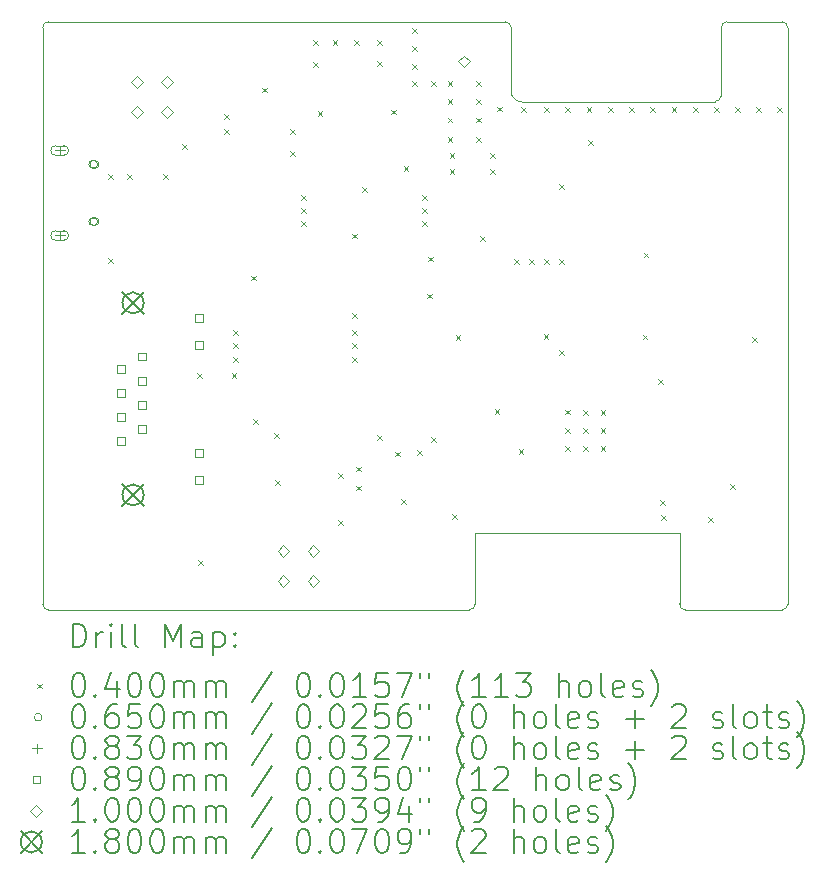
<source format=gbr>
%TF.GenerationSoftware,KiCad,Pcbnew,7.0.9*%
%TF.CreationDate,2024-01-13T23:59:28+01:00*%
%TF.ProjectId,ithowifi_4l,6974686f-7769-4666-995f-346c2e6b6963,rev?*%
%TF.SameCoordinates,Original*%
%TF.FileFunction,Drillmap*%
%TF.FilePolarity,Positive*%
%FSLAX45Y45*%
G04 Gerber Fmt 4.5, Leading zero omitted, Abs format (unit mm)*
G04 Created by KiCad (PCBNEW 7.0.9) date 2024-01-13 23:59:28*
%MOMM*%
%LPD*%
G01*
G04 APERTURE LIST*
%ADD10C,0.100000*%
%ADD11C,0.200000*%
%ADD12C,0.180000*%
G04 APERTURE END LIST*
D10*
X5273200Y-15596800D02*
G75*
G03*
X5323200Y-15646800I50000J0D01*
G01*
X9189925Y-10666800D02*
X5323200Y-10666800D01*
X8886055Y-15646800D02*
X5323200Y-15646800D01*
X11533200Y-15646800D02*
X10716055Y-15646800D01*
X10666060Y-15596800D02*
G75*
G03*
X10716055Y-15646800I50000J0D01*
G01*
X11533200Y-15646800D02*
G75*
G03*
X11583200Y-15596800I0J50000D01*
G01*
X11583200Y-15596800D02*
X11583200Y-10716800D01*
X10666055Y-14996800D02*
X8936055Y-14996800D01*
X5273200Y-15596800D02*
X5273200Y-10716800D01*
X11583200Y-10716800D02*
G75*
G03*
X11533200Y-10666800I-50000J0D01*
G01*
X11533200Y-10666800D02*
X11069326Y-10666800D01*
X11069326Y-10666794D02*
G75*
G03*
X11018520Y-10716800I4J-50816D01*
G01*
X9240519Y-11254740D02*
G75*
G03*
X9331960Y-11343045I86321J-2110D01*
G01*
X11018520Y-11292600D02*
X11018520Y-10716800D01*
X10666055Y-15596800D02*
X10666055Y-14996800D01*
X5323200Y-10666800D02*
G75*
G03*
X5273200Y-10716800I0J-50000D01*
G01*
X8886055Y-15646795D02*
G75*
G03*
X8936055Y-15596800I5J49995D01*
G01*
X10967322Y-11343130D02*
X9331960Y-11343045D01*
X8936055Y-14996800D02*
X8936055Y-15596800D01*
X9240714Y-10716800D02*
G75*
G03*
X9189925Y-10666800I-50794J-800D01*
G01*
X10967322Y-11343134D02*
G75*
G03*
X11018520Y-11292600I-2J51204D01*
G01*
X9240520Y-11254740D02*
X9240715Y-10716800D01*
D11*
D10*
X5831087Y-11959099D02*
X5871087Y-11999099D01*
X5871087Y-11959099D02*
X5831087Y-11999099D01*
X5831087Y-12668373D02*
X5871087Y-12708373D01*
X5871087Y-12668373D02*
X5831087Y-12708373D01*
X5987100Y-11956100D02*
X6027100Y-11996100D01*
X6027100Y-11956100D02*
X5987100Y-11996100D01*
X6291900Y-11956100D02*
X6331900Y-11996100D01*
X6331900Y-11956100D02*
X6291900Y-11996100D01*
X6457000Y-11702100D02*
X6497000Y-11742100D01*
X6497000Y-11702100D02*
X6457000Y-11742100D01*
X6581460Y-13642660D02*
X6621460Y-13682660D01*
X6621460Y-13642660D02*
X6581460Y-13682660D01*
X6592030Y-15226760D02*
X6632030Y-15266760D01*
X6632030Y-15226760D02*
X6592030Y-15266760D01*
X6812600Y-11448100D02*
X6852600Y-11488100D01*
X6852600Y-11448100D02*
X6812600Y-11488100D01*
X6812600Y-11575100D02*
X6852600Y-11615100D01*
X6852600Y-11575100D02*
X6812600Y-11615100D01*
X6874350Y-13643450D02*
X6914350Y-13683450D01*
X6914350Y-13643450D02*
X6874350Y-13683450D01*
X6888800Y-13276900D02*
X6928800Y-13316900D01*
X6928800Y-13276900D02*
X6888800Y-13316900D01*
X6888800Y-13391200D02*
X6928800Y-13431200D01*
X6928800Y-13391200D02*
X6888800Y-13431200D01*
X6888800Y-13505500D02*
X6928800Y-13545500D01*
X6928800Y-13505500D02*
X6888800Y-13545500D01*
X7036120Y-12817160D02*
X7076120Y-12857160D01*
X7076120Y-12817160D02*
X7036120Y-12857160D01*
X7053900Y-14033820D02*
X7093900Y-14073820D01*
X7093900Y-14033820D02*
X7053900Y-14073820D01*
X7130100Y-11224580D02*
X7170100Y-11264580D01*
X7170100Y-11224580D02*
X7130100Y-11264580D01*
X7236780Y-14148120D02*
X7276780Y-14188120D01*
X7276780Y-14148120D02*
X7236780Y-14188120D01*
X7244400Y-14546900D02*
X7284400Y-14586900D01*
X7284400Y-14546900D02*
X7244400Y-14586900D01*
X7371400Y-11575100D02*
X7411400Y-11615100D01*
X7411400Y-11575100D02*
X7371400Y-11615100D01*
X7371400Y-11765600D02*
X7411400Y-11805600D01*
X7411400Y-11765600D02*
X7371400Y-11805600D01*
X7462840Y-12133120D02*
X7502840Y-12173120D01*
X7502840Y-12133120D02*
X7462840Y-12173120D01*
X7462840Y-12243120D02*
X7502840Y-12283120D01*
X7502840Y-12243120D02*
X7462840Y-12283120D01*
X7462840Y-12353120D02*
X7502840Y-12393120D01*
X7502840Y-12353120D02*
X7462840Y-12393120D01*
X7564440Y-10825800D02*
X7604440Y-10865800D01*
X7604440Y-10825800D02*
X7564440Y-10865800D01*
X7564440Y-11009950D02*
X7604440Y-11049950D01*
X7604440Y-11009950D02*
X7564440Y-11049950D01*
X7602540Y-11422700D02*
X7642540Y-11462700D01*
X7642540Y-11422700D02*
X7602540Y-11462700D01*
X7729540Y-10825800D02*
X7769540Y-10865800D01*
X7769540Y-10825800D02*
X7729540Y-10865800D01*
X7772720Y-14489751D02*
X7812720Y-14529751D01*
X7812720Y-14489751D02*
X7772720Y-14529751D01*
X7772720Y-14889800D02*
X7812720Y-14929800D01*
X7812720Y-14889800D02*
X7772720Y-14929800D01*
X7892100Y-12461560D02*
X7932100Y-12501560D01*
X7932100Y-12461560D02*
X7892100Y-12501560D01*
X7892100Y-13137200D02*
X7932100Y-13177200D01*
X7932100Y-13137200D02*
X7892100Y-13177200D01*
X7892100Y-13276900D02*
X7932100Y-13316900D01*
X7932100Y-13276900D02*
X7892100Y-13316900D01*
X7892100Y-13391200D02*
X7932100Y-13431200D01*
X7932100Y-13391200D02*
X7892100Y-13431200D01*
X7892100Y-13505500D02*
X7932100Y-13545500D01*
X7932100Y-13505500D02*
X7892100Y-13545500D01*
X7913690Y-10825800D02*
X7953690Y-10865800D01*
X7953690Y-10825800D02*
X7913690Y-10865800D01*
X7926000Y-14433000D02*
X7966000Y-14473000D01*
X7966000Y-14433000D02*
X7926000Y-14473000D01*
X7928000Y-14594000D02*
X7968000Y-14634000D01*
X7968000Y-14594000D02*
X7928000Y-14634000D01*
X7981000Y-12070400D02*
X8021000Y-12110400D01*
X8021000Y-12070400D02*
X7981000Y-12110400D01*
X8104190Y-10825800D02*
X8144190Y-10865800D01*
X8144190Y-10825800D02*
X8104190Y-10865800D01*
X8104190Y-11003600D02*
X8144190Y-11043600D01*
X8144190Y-11003600D02*
X8104190Y-11043600D01*
X8108000Y-14165900D02*
X8148000Y-14205900D01*
X8148000Y-14165900D02*
X8108000Y-14205900D01*
X8227380Y-11412540D02*
X8267380Y-11452540D01*
X8267380Y-11412540D02*
X8227380Y-11452540D01*
X8257860Y-14308140D02*
X8297860Y-14348140D01*
X8297860Y-14308140D02*
X8257860Y-14348140D01*
X8311200Y-14712000D02*
X8351200Y-14752000D01*
X8351200Y-14712000D02*
X8311200Y-14752000D01*
X8330000Y-11889999D02*
X8370000Y-11929999D01*
X8370000Y-11889999D02*
X8330000Y-11929999D01*
X8400100Y-10724200D02*
X8440100Y-10764200D01*
X8440100Y-10724200D02*
X8400100Y-10764200D01*
X8400100Y-10876600D02*
X8440100Y-10916600D01*
X8440100Y-10876600D02*
X8400100Y-10916600D01*
X8400100Y-11029000D02*
X8440100Y-11069000D01*
X8440100Y-11029000D02*
X8400100Y-11069000D01*
X8400100Y-11168700D02*
X8440100Y-11208700D01*
X8440100Y-11168700D02*
X8400100Y-11208700D01*
X8445820Y-14295440D02*
X8485820Y-14335440D01*
X8485820Y-14295440D02*
X8445820Y-14335440D01*
X8483920Y-12133120D02*
X8523920Y-12173120D01*
X8523920Y-12133120D02*
X8483920Y-12173120D01*
X8483920Y-12243120D02*
X8523920Y-12283120D01*
X8523920Y-12243120D02*
X8483920Y-12283120D01*
X8483920Y-12353120D02*
X8523920Y-12393120D01*
X8523920Y-12353120D02*
X8483920Y-12393120D01*
X8530000Y-12970000D02*
X8570000Y-13010000D01*
X8570000Y-12970000D02*
X8530000Y-13010000D01*
X8540000Y-12655000D02*
X8580000Y-12695000D01*
X8580000Y-12655000D02*
X8540000Y-12695000D01*
X8565200Y-11170000D02*
X8605200Y-11210000D01*
X8605200Y-11170000D02*
X8565200Y-11210000D01*
X8565200Y-14183680D02*
X8605200Y-14223680D01*
X8605200Y-14183680D02*
X8565200Y-14223680D01*
X8703960Y-11168700D02*
X8743960Y-11208700D01*
X8743960Y-11168700D02*
X8703960Y-11208700D01*
X8703960Y-11325000D02*
X8743960Y-11365000D01*
X8743960Y-11325000D02*
X8703960Y-11365000D01*
X8703960Y-11480000D02*
X8743960Y-11520000D01*
X8743960Y-11480000D02*
X8703960Y-11520000D01*
X8703960Y-11645000D02*
X8743960Y-11685000D01*
X8743960Y-11645000D02*
X8703960Y-11685000D01*
X8720000Y-11780000D02*
X8760000Y-11820000D01*
X8760000Y-11780000D02*
X8720000Y-11820000D01*
X8720000Y-11915000D02*
X8760000Y-11955000D01*
X8760000Y-11915000D02*
X8720000Y-11955000D01*
X8743000Y-14839000D02*
X8783000Y-14879000D01*
X8783000Y-14839000D02*
X8743000Y-14879000D01*
X8770000Y-13320000D02*
X8810000Y-13360000D01*
X8810000Y-13320000D02*
X8770000Y-13360000D01*
X8946200Y-11170000D02*
X8986200Y-11210000D01*
X8986200Y-11170000D02*
X8946200Y-11210000D01*
X8946200Y-11325000D02*
X8986200Y-11365000D01*
X8986200Y-11325000D02*
X8946200Y-11365000D01*
X8946200Y-11480000D02*
X8986200Y-11520000D01*
X8986200Y-11480000D02*
X8946200Y-11520000D01*
X8946200Y-11645000D02*
X8986200Y-11685000D01*
X8986200Y-11645000D02*
X8946200Y-11685000D01*
X8980000Y-12485000D02*
X9020000Y-12525000D01*
X9020000Y-12485000D02*
X8980000Y-12525000D01*
X9060000Y-11780000D02*
X9100000Y-11820000D01*
X9100000Y-11780000D02*
X9060000Y-11820000D01*
X9060000Y-11915000D02*
X9100000Y-11955000D01*
X9100000Y-11915000D02*
X9060000Y-11955000D01*
X9100000Y-13950000D02*
X9140000Y-13990000D01*
X9140000Y-13950000D02*
X9100000Y-13990000D01*
X9124000Y-11385000D02*
X9164000Y-11425000D01*
X9164000Y-11385000D02*
X9124000Y-11425000D01*
X9263000Y-12680000D02*
X9303000Y-12720000D01*
X9303000Y-12680000D02*
X9263000Y-12720000D01*
X9305000Y-14285000D02*
X9345000Y-14325000D01*
X9345000Y-14285000D02*
X9305000Y-14325000D01*
X9327200Y-11390000D02*
X9367200Y-11430000D01*
X9367200Y-11390000D02*
X9327200Y-11430000D01*
X9390000Y-12680000D02*
X9430000Y-12720000D01*
X9430000Y-12680000D02*
X9390000Y-12720000D01*
X9515000Y-13315000D02*
X9555000Y-13355000D01*
X9555000Y-13315000D02*
X9515000Y-13355000D01*
X9517001Y-12680000D02*
X9557001Y-12720000D01*
X9557001Y-12680000D02*
X9517001Y-12720000D01*
X9520000Y-11390000D02*
X9560000Y-11430000D01*
X9560000Y-11390000D02*
X9520000Y-11430000D01*
X9644000Y-12680000D02*
X9684000Y-12720000D01*
X9684000Y-12680000D02*
X9644000Y-12720000D01*
X9645000Y-12045000D02*
X9685000Y-12085000D01*
X9685000Y-12045000D02*
X9645000Y-12085000D01*
X9645000Y-13445000D02*
X9685000Y-13485000D01*
X9685000Y-13445000D02*
X9645000Y-13485000D01*
X9695500Y-13952540D02*
X9735500Y-13992540D01*
X9735500Y-13952540D02*
X9695500Y-13992540D01*
X9695500Y-14107480D02*
X9735500Y-14147480D01*
X9735500Y-14107480D02*
X9695500Y-14147480D01*
X9695500Y-14259880D02*
X9735500Y-14299880D01*
X9735500Y-14259880D02*
X9695500Y-14299880D01*
X9700000Y-11390000D02*
X9740000Y-11430000D01*
X9740000Y-11390000D02*
X9700000Y-11430000D01*
X9847900Y-13955080D02*
X9887900Y-13995080D01*
X9887900Y-13955080D02*
X9847900Y-13995080D01*
X9847900Y-14110020D02*
X9887900Y-14150020D01*
X9887900Y-14110020D02*
X9847900Y-14150020D01*
X9847900Y-14262420D02*
X9887900Y-14302420D01*
X9887900Y-14262420D02*
X9847900Y-14302420D01*
X9880000Y-11390000D02*
X9920000Y-11430000D01*
X9920000Y-11390000D02*
X9880000Y-11430000D01*
X9890000Y-11670000D02*
X9930000Y-11710000D01*
X9930000Y-11670000D02*
X9890000Y-11710000D01*
X9997760Y-13955080D02*
X10037760Y-13995080D01*
X10037760Y-13955080D02*
X9997760Y-13995080D01*
X9997760Y-14110020D02*
X10037760Y-14150020D01*
X10037760Y-14110020D02*
X9997760Y-14150020D01*
X9997760Y-14262420D02*
X10037760Y-14302420D01*
X10037760Y-14262420D02*
X9997760Y-14302420D01*
X10060000Y-11390000D02*
X10100000Y-11430000D01*
X10100000Y-11390000D02*
X10060000Y-11430000D01*
X10240000Y-11390000D02*
X10280000Y-11430000D01*
X10280000Y-11390000D02*
X10240000Y-11430000D01*
X10353360Y-13317540D02*
X10393360Y-13357540D01*
X10393360Y-13317540D02*
X10353360Y-13357540D01*
X10362500Y-12622500D02*
X10402500Y-12662500D01*
X10402500Y-12622500D02*
X10362500Y-12662500D01*
X10420000Y-11390000D02*
X10460000Y-11430000D01*
X10460000Y-11390000D02*
X10420000Y-11430000D01*
X10482900Y-13696000D02*
X10522900Y-13736000D01*
X10522900Y-13696000D02*
X10482900Y-13736000D01*
X10500680Y-14717080D02*
X10540680Y-14757080D01*
X10540680Y-14717080D02*
X10500680Y-14757080D01*
X10510840Y-14844080D02*
X10550840Y-14884080D01*
X10550840Y-14844080D02*
X10510840Y-14884080D01*
X10600000Y-11390000D02*
X10640000Y-11430000D01*
X10640000Y-11390000D02*
X10600000Y-11430000D01*
X10780000Y-11390000D02*
X10820000Y-11430000D01*
X10820000Y-11390000D02*
X10780000Y-11430000D01*
X10907080Y-14864400D02*
X10947080Y-14904400D01*
X10947080Y-14864400D02*
X10907080Y-14904400D01*
X10960000Y-11390000D02*
X11000000Y-11430000D01*
X11000000Y-11390000D02*
X10960000Y-11430000D01*
X11092500Y-14585000D02*
X11132500Y-14625000D01*
X11132500Y-14585000D02*
X11092500Y-14625000D01*
X11140000Y-11390000D02*
X11180000Y-11430000D01*
X11180000Y-11390000D02*
X11140000Y-11430000D01*
X11283000Y-13337860D02*
X11323000Y-13377860D01*
X11323000Y-13337860D02*
X11283000Y-13377860D01*
X11315000Y-11390000D02*
X11355000Y-11430000D01*
X11355000Y-11390000D02*
X11315000Y-11430000D01*
X11495000Y-11390000D02*
X11535000Y-11430000D01*
X11535000Y-11390000D02*
X11495000Y-11430000D01*
X5740320Y-11874300D02*
G75*
G03*
X5740320Y-11874300I-32500J0D01*
G01*
X5717820Y-11841800D02*
X5697820Y-11841800D01*
X5697820Y-11841800D02*
G75*
G03*
X5697820Y-11906800I0J-32500D01*
G01*
X5697820Y-11906800D02*
X5717820Y-11906800D01*
X5717820Y-11906800D02*
G75*
G03*
X5717820Y-11841800I0J32500D01*
G01*
X5740320Y-12359300D02*
G75*
G03*
X5740320Y-12359300I-32500J0D01*
G01*
X5717820Y-12326800D02*
X5697820Y-12326800D01*
X5697820Y-12326800D02*
G75*
G03*
X5697820Y-12391800I0J-32500D01*
G01*
X5697820Y-12391800D02*
X5717820Y-12391800D01*
X5717820Y-12391800D02*
G75*
G03*
X5717820Y-12326800I0J32500D01*
G01*
X5417820Y-11715300D02*
X5417820Y-11798300D01*
X5376320Y-11756800D02*
X5459320Y-11756800D01*
X5451320Y-11715300D02*
X5384320Y-11715300D01*
X5384320Y-11715300D02*
G75*
G03*
X5384320Y-11798300I0J-41500D01*
G01*
X5384320Y-11798300D02*
X5451320Y-11798300D01*
X5451320Y-11798300D02*
G75*
G03*
X5451320Y-11715300I0J41500D01*
G01*
X5417820Y-12435300D02*
X5417820Y-12518300D01*
X5376320Y-12476800D02*
X5459320Y-12476800D01*
X5451320Y-12435300D02*
X5384320Y-12435300D01*
X5384320Y-12435300D02*
G75*
G03*
X5384320Y-12518300I0J-41500D01*
G01*
X5384320Y-12518300D02*
X5451320Y-12518300D01*
X5451320Y-12518300D02*
G75*
G03*
X5451320Y-12435300I0J41500D01*
G01*
X5968717Y-13637117D02*
X5968717Y-13574183D01*
X5905783Y-13574183D01*
X5905783Y-13637117D01*
X5968717Y-13637117D01*
X5968717Y-13841117D02*
X5968717Y-13778183D01*
X5905783Y-13778183D01*
X5905783Y-13841117D01*
X5968717Y-13841117D01*
X5968717Y-14045117D02*
X5968717Y-13982183D01*
X5905783Y-13982183D01*
X5905783Y-14045117D01*
X5968717Y-14045117D01*
X5968717Y-14249117D02*
X5968717Y-14186183D01*
X5905783Y-14186183D01*
X5905783Y-14249117D01*
X5968717Y-14249117D01*
X6146717Y-13535117D02*
X6146717Y-13472183D01*
X6083783Y-13472183D01*
X6083783Y-13535117D01*
X6146717Y-13535117D01*
X6146717Y-13739117D02*
X6146717Y-13676183D01*
X6083783Y-13676183D01*
X6083783Y-13739117D01*
X6146717Y-13739117D01*
X6146717Y-13943117D02*
X6146717Y-13880183D01*
X6083783Y-13880183D01*
X6083783Y-13943117D01*
X6146717Y-13943117D01*
X6146717Y-14147117D02*
X6146717Y-14084183D01*
X6083783Y-14084183D01*
X6083783Y-14147117D01*
X6146717Y-14147117D01*
X6627717Y-13206117D02*
X6627717Y-13143183D01*
X6564783Y-13143183D01*
X6564783Y-13206117D01*
X6627717Y-13206117D01*
X6627717Y-13435117D02*
X6627717Y-13372183D01*
X6564783Y-13372183D01*
X6564783Y-13435117D01*
X6627717Y-13435117D01*
X6627717Y-14349117D02*
X6627717Y-14286183D01*
X6564783Y-14286183D01*
X6564783Y-14349117D01*
X6627717Y-14349117D01*
X6627717Y-14578117D02*
X6627717Y-14515183D01*
X6564783Y-14515183D01*
X6564783Y-14578117D01*
X6627717Y-14578117D01*
X6070600Y-11226000D02*
X6120600Y-11176000D01*
X6070600Y-11126000D01*
X6020600Y-11176000D01*
X6070600Y-11226000D01*
X6070600Y-11480000D02*
X6120600Y-11430000D01*
X6070600Y-11380000D01*
X6020600Y-11430000D01*
X6070600Y-11480000D01*
X6324600Y-11226000D02*
X6374600Y-11176000D01*
X6324600Y-11126000D01*
X6274600Y-11176000D01*
X6324600Y-11226000D01*
X6324600Y-11480000D02*
X6374600Y-11430000D01*
X6324600Y-11380000D01*
X6274600Y-11430000D01*
X6324600Y-11480000D01*
X7312660Y-15198560D02*
X7362660Y-15148560D01*
X7312660Y-15098560D01*
X7262660Y-15148560D01*
X7312660Y-15198560D01*
X7312660Y-15452560D02*
X7362660Y-15402560D01*
X7312660Y-15352560D01*
X7262660Y-15402560D01*
X7312660Y-15452560D01*
X7566660Y-15198560D02*
X7616660Y-15148560D01*
X7566660Y-15098560D01*
X7516660Y-15148560D01*
X7566660Y-15198560D01*
X7566660Y-15452560D02*
X7616660Y-15402560D01*
X7566660Y-15352560D01*
X7516660Y-15402560D01*
X7566660Y-15452560D01*
X8839200Y-11053280D02*
X8889200Y-11003280D01*
X8839200Y-10953280D01*
X8789200Y-11003280D01*
X8839200Y-11053280D01*
D12*
X5949250Y-12957650D02*
X6129250Y-13137650D01*
X6129250Y-12957650D02*
X5949250Y-13137650D01*
X6129250Y-13047650D02*
G75*
G03*
X6129250Y-13047650I-90000J0D01*
G01*
X5949250Y-14583650D02*
X6129250Y-14763650D01*
X6129250Y-14583650D02*
X5949250Y-14763650D01*
X6129250Y-14673650D02*
G75*
G03*
X6129250Y-14673650I-90000J0D01*
G01*
D11*
X5528977Y-15963284D02*
X5528977Y-15763284D01*
X5528977Y-15763284D02*
X5576596Y-15763284D01*
X5576596Y-15763284D02*
X5605167Y-15772808D01*
X5605167Y-15772808D02*
X5624215Y-15791855D01*
X5624215Y-15791855D02*
X5633739Y-15810903D01*
X5633739Y-15810903D02*
X5643262Y-15848998D01*
X5643262Y-15848998D02*
X5643262Y-15877569D01*
X5643262Y-15877569D02*
X5633739Y-15915665D01*
X5633739Y-15915665D02*
X5624215Y-15934712D01*
X5624215Y-15934712D02*
X5605167Y-15953760D01*
X5605167Y-15953760D02*
X5576596Y-15963284D01*
X5576596Y-15963284D02*
X5528977Y-15963284D01*
X5728977Y-15963284D02*
X5728977Y-15829950D01*
X5728977Y-15868046D02*
X5738501Y-15848998D01*
X5738501Y-15848998D02*
X5748024Y-15839474D01*
X5748024Y-15839474D02*
X5767072Y-15829950D01*
X5767072Y-15829950D02*
X5786120Y-15829950D01*
X5852786Y-15963284D02*
X5852786Y-15829950D01*
X5852786Y-15763284D02*
X5843262Y-15772808D01*
X5843262Y-15772808D02*
X5852786Y-15782331D01*
X5852786Y-15782331D02*
X5862310Y-15772808D01*
X5862310Y-15772808D02*
X5852786Y-15763284D01*
X5852786Y-15763284D02*
X5852786Y-15782331D01*
X5976596Y-15963284D02*
X5957548Y-15953760D01*
X5957548Y-15953760D02*
X5948024Y-15934712D01*
X5948024Y-15934712D02*
X5948024Y-15763284D01*
X6081358Y-15963284D02*
X6062310Y-15953760D01*
X6062310Y-15953760D02*
X6052786Y-15934712D01*
X6052786Y-15934712D02*
X6052786Y-15763284D01*
X6309929Y-15963284D02*
X6309929Y-15763284D01*
X6309929Y-15763284D02*
X6376596Y-15906141D01*
X6376596Y-15906141D02*
X6443262Y-15763284D01*
X6443262Y-15763284D02*
X6443262Y-15963284D01*
X6624215Y-15963284D02*
X6624215Y-15858522D01*
X6624215Y-15858522D02*
X6614691Y-15839474D01*
X6614691Y-15839474D02*
X6595643Y-15829950D01*
X6595643Y-15829950D02*
X6557548Y-15829950D01*
X6557548Y-15829950D02*
X6538501Y-15839474D01*
X6624215Y-15953760D02*
X6605167Y-15963284D01*
X6605167Y-15963284D02*
X6557548Y-15963284D01*
X6557548Y-15963284D02*
X6538501Y-15953760D01*
X6538501Y-15953760D02*
X6528977Y-15934712D01*
X6528977Y-15934712D02*
X6528977Y-15915665D01*
X6528977Y-15915665D02*
X6538501Y-15896617D01*
X6538501Y-15896617D02*
X6557548Y-15887093D01*
X6557548Y-15887093D02*
X6605167Y-15887093D01*
X6605167Y-15887093D02*
X6624215Y-15877569D01*
X6719453Y-15829950D02*
X6719453Y-16029950D01*
X6719453Y-15839474D02*
X6738501Y-15829950D01*
X6738501Y-15829950D02*
X6776596Y-15829950D01*
X6776596Y-15829950D02*
X6795643Y-15839474D01*
X6795643Y-15839474D02*
X6805167Y-15848998D01*
X6805167Y-15848998D02*
X6814691Y-15868046D01*
X6814691Y-15868046D02*
X6814691Y-15925188D01*
X6814691Y-15925188D02*
X6805167Y-15944236D01*
X6805167Y-15944236D02*
X6795643Y-15953760D01*
X6795643Y-15953760D02*
X6776596Y-15963284D01*
X6776596Y-15963284D02*
X6738501Y-15963284D01*
X6738501Y-15963284D02*
X6719453Y-15953760D01*
X6900405Y-15944236D02*
X6909929Y-15953760D01*
X6909929Y-15953760D02*
X6900405Y-15963284D01*
X6900405Y-15963284D02*
X6890882Y-15953760D01*
X6890882Y-15953760D02*
X6900405Y-15944236D01*
X6900405Y-15944236D02*
X6900405Y-15963284D01*
X6900405Y-15839474D02*
X6909929Y-15848998D01*
X6909929Y-15848998D02*
X6900405Y-15858522D01*
X6900405Y-15858522D02*
X6890882Y-15848998D01*
X6890882Y-15848998D02*
X6900405Y-15839474D01*
X6900405Y-15839474D02*
X6900405Y-15858522D01*
D10*
X5228200Y-16271800D02*
X5268200Y-16311800D01*
X5268200Y-16271800D02*
X5228200Y-16311800D01*
D11*
X5567072Y-16183284D02*
X5586120Y-16183284D01*
X5586120Y-16183284D02*
X5605167Y-16192808D01*
X5605167Y-16192808D02*
X5614691Y-16202331D01*
X5614691Y-16202331D02*
X5624215Y-16221379D01*
X5624215Y-16221379D02*
X5633739Y-16259474D01*
X5633739Y-16259474D02*
X5633739Y-16307093D01*
X5633739Y-16307093D02*
X5624215Y-16345188D01*
X5624215Y-16345188D02*
X5614691Y-16364236D01*
X5614691Y-16364236D02*
X5605167Y-16373760D01*
X5605167Y-16373760D02*
X5586120Y-16383284D01*
X5586120Y-16383284D02*
X5567072Y-16383284D01*
X5567072Y-16383284D02*
X5548024Y-16373760D01*
X5548024Y-16373760D02*
X5538501Y-16364236D01*
X5538501Y-16364236D02*
X5528977Y-16345188D01*
X5528977Y-16345188D02*
X5519453Y-16307093D01*
X5519453Y-16307093D02*
X5519453Y-16259474D01*
X5519453Y-16259474D02*
X5528977Y-16221379D01*
X5528977Y-16221379D02*
X5538501Y-16202331D01*
X5538501Y-16202331D02*
X5548024Y-16192808D01*
X5548024Y-16192808D02*
X5567072Y-16183284D01*
X5719453Y-16364236D02*
X5728977Y-16373760D01*
X5728977Y-16373760D02*
X5719453Y-16383284D01*
X5719453Y-16383284D02*
X5709929Y-16373760D01*
X5709929Y-16373760D02*
X5719453Y-16364236D01*
X5719453Y-16364236D02*
X5719453Y-16383284D01*
X5900405Y-16249950D02*
X5900405Y-16383284D01*
X5852786Y-16173760D02*
X5805167Y-16316617D01*
X5805167Y-16316617D02*
X5928977Y-16316617D01*
X6043262Y-16183284D02*
X6062310Y-16183284D01*
X6062310Y-16183284D02*
X6081358Y-16192808D01*
X6081358Y-16192808D02*
X6090882Y-16202331D01*
X6090882Y-16202331D02*
X6100405Y-16221379D01*
X6100405Y-16221379D02*
X6109929Y-16259474D01*
X6109929Y-16259474D02*
X6109929Y-16307093D01*
X6109929Y-16307093D02*
X6100405Y-16345188D01*
X6100405Y-16345188D02*
X6090882Y-16364236D01*
X6090882Y-16364236D02*
X6081358Y-16373760D01*
X6081358Y-16373760D02*
X6062310Y-16383284D01*
X6062310Y-16383284D02*
X6043262Y-16383284D01*
X6043262Y-16383284D02*
X6024215Y-16373760D01*
X6024215Y-16373760D02*
X6014691Y-16364236D01*
X6014691Y-16364236D02*
X6005167Y-16345188D01*
X6005167Y-16345188D02*
X5995643Y-16307093D01*
X5995643Y-16307093D02*
X5995643Y-16259474D01*
X5995643Y-16259474D02*
X6005167Y-16221379D01*
X6005167Y-16221379D02*
X6014691Y-16202331D01*
X6014691Y-16202331D02*
X6024215Y-16192808D01*
X6024215Y-16192808D02*
X6043262Y-16183284D01*
X6233739Y-16183284D02*
X6252786Y-16183284D01*
X6252786Y-16183284D02*
X6271834Y-16192808D01*
X6271834Y-16192808D02*
X6281358Y-16202331D01*
X6281358Y-16202331D02*
X6290882Y-16221379D01*
X6290882Y-16221379D02*
X6300405Y-16259474D01*
X6300405Y-16259474D02*
X6300405Y-16307093D01*
X6300405Y-16307093D02*
X6290882Y-16345188D01*
X6290882Y-16345188D02*
X6281358Y-16364236D01*
X6281358Y-16364236D02*
X6271834Y-16373760D01*
X6271834Y-16373760D02*
X6252786Y-16383284D01*
X6252786Y-16383284D02*
X6233739Y-16383284D01*
X6233739Y-16383284D02*
X6214691Y-16373760D01*
X6214691Y-16373760D02*
X6205167Y-16364236D01*
X6205167Y-16364236D02*
X6195643Y-16345188D01*
X6195643Y-16345188D02*
X6186120Y-16307093D01*
X6186120Y-16307093D02*
X6186120Y-16259474D01*
X6186120Y-16259474D02*
X6195643Y-16221379D01*
X6195643Y-16221379D02*
X6205167Y-16202331D01*
X6205167Y-16202331D02*
X6214691Y-16192808D01*
X6214691Y-16192808D02*
X6233739Y-16183284D01*
X6386120Y-16383284D02*
X6386120Y-16249950D01*
X6386120Y-16268998D02*
X6395643Y-16259474D01*
X6395643Y-16259474D02*
X6414691Y-16249950D01*
X6414691Y-16249950D02*
X6443263Y-16249950D01*
X6443263Y-16249950D02*
X6462310Y-16259474D01*
X6462310Y-16259474D02*
X6471834Y-16278522D01*
X6471834Y-16278522D02*
X6471834Y-16383284D01*
X6471834Y-16278522D02*
X6481358Y-16259474D01*
X6481358Y-16259474D02*
X6500405Y-16249950D01*
X6500405Y-16249950D02*
X6528977Y-16249950D01*
X6528977Y-16249950D02*
X6548024Y-16259474D01*
X6548024Y-16259474D02*
X6557548Y-16278522D01*
X6557548Y-16278522D02*
X6557548Y-16383284D01*
X6652786Y-16383284D02*
X6652786Y-16249950D01*
X6652786Y-16268998D02*
X6662310Y-16259474D01*
X6662310Y-16259474D02*
X6681358Y-16249950D01*
X6681358Y-16249950D02*
X6709929Y-16249950D01*
X6709929Y-16249950D02*
X6728977Y-16259474D01*
X6728977Y-16259474D02*
X6738501Y-16278522D01*
X6738501Y-16278522D02*
X6738501Y-16383284D01*
X6738501Y-16278522D02*
X6748024Y-16259474D01*
X6748024Y-16259474D02*
X6767072Y-16249950D01*
X6767072Y-16249950D02*
X6795643Y-16249950D01*
X6795643Y-16249950D02*
X6814691Y-16259474D01*
X6814691Y-16259474D02*
X6824215Y-16278522D01*
X6824215Y-16278522D02*
X6824215Y-16383284D01*
X7214691Y-16173760D02*
X7043263Y-16430903D01*
X7471834Y-16183284D02*
X7490882Y-16183284D01*
X7490882Y-16183284D02*
X7509929Y-16192808D01*
X7509929Y-16192808D02*
X7519453Y-16202331D01*
X7519453Y-16202331D02*
X7528977Y-16221379D01*
X7528977Y-16221379D02*
X7538501Y-16259474D01*
X7538501Y-16259474D02*
X7538501Y-16307093D01*
X7538501Y-16307093D02*
X7528977Y-16345188D01*
X7528977Y-16345188D02*
X7519453Y-16364236D01*
X7519453Y-16364236D02*
X7509929Y-16373760D01*
X7509929Y-16373760D02*
X7490882Y-16383284D01*
X7490882Y-16383284D02*
X7471834Y-16383284D01*
X7471834Y-16383284D02*
X7452786Y-16373760D01*
X7452786Y-16373760D02*
X7443263Y-16364236D01*
X7443263Y-16364236D02*
X7433739Y-16345188D01*
X7433739Y-16345188D02*
X7424215Y-16307093D01*
X7424215Y-16307093D02*
X7424215Y-16259474D01*
X7424215Y-16259474D02*
X7433739Y-16221379D01*
X7433739Y-16221379D02*
X7443263Y-16202331D01*
X7443263Y-16202331D02*
X7452786Y-16192808D01*
X7452786Y-16192808D02*
X7471834Y-16183284D01*
X7624215Y-16364236D02*
X7633739Y-16373760D01*
X7633739Y-16373760D02*
X7624215Y-16383284D01*
X7624215Y-16383284D02*
X7614691Y-16373760D01*
X7614691Y-16373760D02*
X7624215Y-16364236D01*
X7624215Y-16364236D02*
X7624215Y-16383284D01*
X7757548Y-16183284D02*
X7776596Y-16183284D01*
X7776596Y-16183284D02*
X7795644Y-16192808D01*
X7795644Y-16192808D02*
X7805167Y-16202331D01*
X7805167Y-16202331D02*
X7814691Y-16221379D01*
X7814691Y-16221379D02*
X7824215Y-16259474D01*
X7824215Y-16259474D02*
X7824215Y-16307093D01*
X7824215Y-16307093D02*
X7814691Y-16345188D01*
X7814691Y-16345188D02*
X7805167Y-16364236D01*
X7805167Y-16364236D02*
X7795644Y-16373760D01*
X7795644Y-16373760D02*
X7776596Y-16383284D01*
X7776596Y-16383284D02*
X7757548Y-16383284D01*
X7757548Y-16383284D02*
X7738501Y-16373760D01*
X7738501Y-16373760D02*
X7728977Y-16364236D01*
X7728977Y-16364236D02*
X7719453Y-16345188D01*
X7719453Y-16345188D02*
X7709929Y-16307093D01*
X7709929Y-16307093D02*
X7709929Y-16259474D01*
X7709929Y-16259474D02*
X7719453Y-16221379D01*
X7719453Y-16221379D02*
X7728977Y-16202331D01*
X7728977Y-16202331D02*
X7738501Y-16192808D01*
X7738501Y-16192808D02*
X7757548Y-16183284D01*
X8014691Y-16383284D02*
X7900406Y-16383284D01*
X7957548Y-16383284D02*
X7957548Y-16183284D01*
X7957548Y-16183284D02*
X7938501Y-16211855D01*
X7938501Y-16211855D02*
X7919453Y-16230903D01*
X7919453Y-16230903D02*
X7900406Y-16240427D01*
X8195644Y-16183284D02*
X8100406Y-16183284D01*
X8100406Y-16183284D02*
X8090882Y-16278522D01*
X8090882Y-16278522D02*
X8100406Y-16268998D01*
X8100406Y-16268998D02*
X8119453Y-16259474D01*
X8119453Y-16259474D02*
X8167072Y-16259474D01*
X8167072Y-16259474D02*
X8186120Y-16268998D01*
X8186120Y-16268998D02*
X8195644Y-16278522D01*
X8195644Y-16278522D02*
X8205167Y-16297569D01*
X8205167Y-16297569D02*
X8205167Y-16345188D01*
X8205167Y-16345188D02*
X8195644Y-16364236D01*
X8195644Y-16364236D02*
X8186120Y-16373760D01*
X8186120Y-16373760D02*
X8167072Y-16383284D01*
X8167072Y-16383284D02*
X8119453Y-16383284D01*
X8119453Y-16383284D02*
X8100406Y-16373760D01*
X8100406Y-16373760D02*
X8090882Y-16364236D01*
X8271834Y-16183284D02*
X8405168Y-16183284D01*
X8405168Y-16183284D02*
X8319453Y-16383284D01*
X8471834Y-16183284D02*
X8471834Y-16221379D01*
X8548025Y-16183284D02*
X8548025Y-16221379D01*
X8843263Y-16459474D02*
X8833739Y-16449950D01*
X8833739Y-16449950D02*
X8814691Y-16421379D01*
X8814691Y-16421379D02*
X8805168Y-16402331D01*
X8805168Y-16402331D02*
X8795644Y-16373760D01*
X8795644Y-16373760D02*
X8786120Y-16326141D01*
X8786120Y-16326141D02*
X8786120Y-16288046D01*
X8786120Y-16288046D02*
X8795644Y-16240427D01*
X8795644Y-16240427D02*
X8805168Y-16211855D01*
X8805168Y-16211855D02*
X8814691Y-16192808D01*
X8814691Y-16192808D02*
X8833739Y-16164236D01*
X8833739Y-16164236D02*
X8843263Y-16154712D01*
X9024215Y-16383284D02*
X8909930Y-16383284D01*
X8967072Y-16383284D02*
X8967072Y-16183284D01*
X8967072Y-16183284D02*
X8948025Y-16211855D01*
X8948025Y-16211855D02*
X8928977Y-16230903D01*
X8928977Y-16230903D02*
X8909930Y-16240427D01*
X9214691Y-16383284D02*
X9100406Y-16383284D01*
X9157549Y-16383284D02*
X9157549Y-16183284D01*
X9157549Y-16183284D02*
X9138501Y-16211855D01*
X9138501Y-16211855D02*
X9119453Y-16230903D01*
X9119453Y-16230903D02*
X9100406Y-16240427D01*
X9281358Y-16183284D02*
X9405168Y-16183284D01*
X9405168Y-16183284D02*
X9338501Y-16259474D01*
X9338501Y-16259474D02*
X9367072Y-16259474D01*
X9367072Y-16259474D02*
X9386120Y-16268998D01*
X9386120Y-16268998D02*
X9395644Y-16278522D01*
X9395644Y-16278522D02*
X9405168Y-16297569D01*
X9405168Y-16297569D02*
X9405168Y-16345188D01*
X9405168Y-16345188D02*
X9395644Y-16364236D01*
X9395644Y-16364236D02*
X9386120Y-16373760D01*
X9386120Y-16373760D02*
X9367072Y-16383284D01*
X9367072Y-16383284D02*
X9309930Y-16383284D01*
X9309930Y-16383284D02*
X9290882Y-16373760D01*
X9290882Y-16373760D02*
X9281358Y-16364236D01*
X9643263Y-16383284D02*
X9643263Y-16183284D01*
X9728977Y-16383284D02*
X9728977Y-16278522D01*
X9728977Y-16278522D02*
X9719453Y-16259474D01*
X9719453Y-16259474D02*
X9700406Y-16249950D01*
X9700406Y-16249950D02*
X9671834Y-16249950D01*
X9671834Y-16249950D02*
X9652787Y-16259474D01*
X9652787Y-16259474D02*
X9643263Y-16268998D01*
X9852787Y-16383284D02*
X9833739Y-16373760D01*
X9833739Y-16373760D02*
X9824215Y-16364236D01*
X9824215Y-16364236D02*
X9814692Y-16345188D01*
X9814692Y-16345188D02*
X9814692Y-16288046D01*
X9814692Y-16288046D02*
X9824215Y-16268998D01*
X9824215Y-16268998D02*
X9833739Y-16259474D01*
X9833739Y-16259474D02*
X9852787Y-16249950D01*
X9852787Y-16249950D02*
X9881358Y-16249950D01*
X9881358Y-16249950D02*
X9900406Y-16259474D01*
X9900406Y-16259474D02*
X9909930Y-16268998D01*
X9909930Y-16268998D02*
X9919453Y-16288046D01*
X9919453Y-16288046D02*
X9919453Y-16345188D01*
X9919453Y-16345188D02*
X9909930Y-16364236D01*
X9909930Y-16364236D02*
X9900406Y-16373760D01*
X9900406Y-16373760D02*
X9881358Y-16383284D01*
X9881358Y-16383284D02*
X9852787Y-16383284D01*
X10033739Y-16383284D02*
X10014692Y-16373760D01*
X10014692Y-16373760D02*
X10005168Y-16354712D01*
X10005168Y-16354712D02*
X10005168Y-16183284D01*
X10186120Y-16373760D02*
X10167073Y-16383284D01*
X10167073Y-16383284D02*
X10128977Y-16383284D01*
X10128977Y-16383284D02*
X10109930Y-16373760D01*
X10109930Y-16373760D02*
X10100406Y-16354712D01*
X10100406Y-16354712D02*
X10100406Y-16278522D01*
X10100406Y-16278522D02*
X10109930Y-16259474D01*
X10109930Y-16259474D02*
X10128977Y-16249950D01*
X10128977Y-16249950D02*
X10167073Y-16249950D01*
X10167073Y-16249950D02*
X10186120Y-16259474D01*
X10186120Y-16259474D02*
X10195644Y-16278522D01*
X10195644Y-16278522D02*
X10195644Y-16297569D01*
X10195644Y-16297569D02*
X10100406Y-16316617D01*
X10271834Y-16373760D02*
X10290882Y-16383284D01*
X10290882Y-16383284D02*
X10328977Y-16383284D01*
X10328977Y-16383284D02*
X10348025Y-16373760D01*
X10348025Y-16373760D02*
X10357549Y-16354712D01*
X10357549Y-16354712D02*
X10357549Y-16345188D01*
X10357549Y-16345188D02*
X10348025Y-16326141D01*
X10348025Y-16326141D02*
X10328977Y-16316617D01*
X10328977Y-16316617D02*
X10300406Y-16316617D01*
X10300406Y-16316617D02*
X10281358Y-16307093D01*
X10281358Y-16307093D02*
X10271834Y-16288046D01*
X10271834Y-16288046D02*
X10271834Y-16278522D01*
X10271834Y-16278522D02*
X10281358Y-16259474D01*
X10281358Y-16259474D02*
X10300406Y-16249950D01*
X10300406Y-16249950D02*
X10328977Y-16249950D01*
X10328977Y-16249950D02*
X10348025Y-16259474D01*
X10424215Y-16459474D02*
X10433739Y-16449950D01*
X10433739Y-16449950D02*
X10452787Y-16421379D01*
X10452787Y-16421379D02*
X10462311Y-16402331D01*
X10462311Y-16402331D02*
X10471834Y-16373760D01*
X10471834Y-16373760D02*
X10481358Y-16326141D01*
X10481358Y-16326141D02*
X10481358Y-16288046D01*
X10481358Y-16288046D02*
X10471834Y-16240427D01*
X10471834Y-16240427D02*
X10462311Y-16211855D01*
X10462311Y-16211855D02*
X10452787Y-16192808D01*
X10452787Y-16192808D02*
X10433739Y-16164236D01*
X10433739Y-16164236D02*
X10424215Y-16154712D01*
D10*
X5268200Y-16555800D02*
G75*
G03*
X5268200Y-16555800I-32500J0D01*
G01*
D11*
X5567072Y-16447284D02*
X5586120Y-16447284D01*
X5586120Y-16447284D02*
X5605167Y-16456808D01*
X5605167Y-16456808D02*
X5614691Y-16466331D01*
X5614691Y-16466331D02*
X5624215Y-16485379D01*
X5624215Y-16485379D02*
X5633739Y-16523474D01*
X5633739Y-16523474D02*
X5633739Y-16571093D01*
X5633739Y-16571093D02*
X5624215Y-16609188D01*
X5624215Y-16609188D02*
X5614691Y-16628236D01*
X5614691Y-16628236D02*
X5605167Y-16637760D01*
X5605167Y-16637760D02*
X5586120Y-16647284D01*
X5586120Y-16647284D02*
X5567072Y-16647284D01*
X5567072Y-16647284D02*
X5548024Y-16637760D01*
X5548024Y-16637760D02*
X5538501Y-16628236D01*
X5538501Y-16628236D02*
X5528977Y-16609188D01*
X5528977Y-16609188D02*
X5519453Y-16571093D01*
X5519453Y-16571093D02*
X5519453Y-16523474D01*
X5519453Y-16523474D02*
X5528977Y-16485379D01*
X5528977Y-16485379D02*
X5538501Y-16466331D01*
X5538501Y-16466331D02*
X5548024Y-16456808D01*
X5548024Y-16456808D02*
X5567072Y-16447284D01*
X5719453Y-16628236D02*
X5728977Y-16637760D01*
X5728977Y-16637760D02*
X5719453Y-16647284D01*
X5719453Y-16647284D02*
X5709929Y-16637760D01*
X5709929Y-16637760D02*
X5719453Y-16628236D01*
X5719453Y-16628236D02*
X5719453Y-16647284D01*
X5900405Y-16447284D02*
X5862310Y-16447284D01*
X5862310Y-16447284D02*
X5843262Y-16456808D01*
X5843262Y-16456808D02*
X5833739Y-16466331D01*
X5833739Y-16466331D02*
X5814691Y-16494903D01*
X5814691Y-16494903D02*
X5805167Y-16532998D01*
X5805167Y-16532998D02*
X5805167Y-16609188D01*
X5805167Y-16609188D02*
X5814691Y-16628236D01*
X5814691Y-16628236D02*
X5824215Y-16637760D01*
X5824215Y-16637760D02*
X5843262Y-16647284D01*
X5843262Y-16647284D02*
X5881358Y-16647284D01*
X5881358Y-16647284D02*
X5900405Y-16637760D01*
X5900405Y-16637760D02*
X5909929Y-16628236D01*
X5909929Y-16628236D02*
X5919453Y-16609188D01*
X5919453Y-16609188D02*
X5919453Y-16561569D01*
X5919453Y-16561569D02*
X5909929Y-16542522D01*
X5909929Y-16542522D02*
X5900405Y-16532998D01*
X5900405Y-16532998D02*
X5881358Y-16523474D01*
X5881358Y-16523474D02*
X5843262Y-16523474D01*
X5843262Y-16523474D02*
X5824215Y-16532998D01*
X5824215Y-16532998D02*
X5814691Y-16542522D01*
X5814691Y-16542522D02*
X5805167Y-16561569D01*
X6100405Y-16447284D02*
X6005167Y-16447284D01*
X6005167Y-16447284D02*
X5995643Y-16542522D01*
X5995643Y-16542522D02*
X6005167Y-16532998D01*
X6005167Y-16532998D02*
X6024215Y-16523474D01*
X6024215Y-16523474D02*
X6071834Y-16523474D01*
X6071834Y-16523474D02*
X6090882Y-16532998D01*
X6090882Y-16532998D02*
X6100405Y-16542522D01*
X6100405Y-16542522D02*
X6109929Y-16561569D01*
X6109929Y-16561569D02*
X6109929Y-16609188D01*
X6109929Y-16609188D02*
X6100405Y-16628236D01*
X6100405Y-16628236D02*
X6090882Y-16637760D01*
X6090882Y-16637760D02*
X6071834Y-16647284D01*
X6071834Y-16647284D02*
X6024215Y-16647284D01*
X6024215Y-16647284D02*
X6005167Y-16637760D01*
X6005167Y-16637760D02*
X5995643Y-16628236D01*
X6233739Y-16447284D02*
X6252786Y-16447284D01*
X6252786Y-16447284D02*
X6271834Y-16456808D01*
X6271834Y-16456808D02*
X6281358Y-16466331D01*
X6281358Y-16466331D02*
X6290882Y-16485379D01*
X6290882Y-16485379D02*
X6300405Y-16523474D01*
X6300405Y-16523474D02*
X6300405Y-16571093D01*
X6300405Y-16571093D02*
X6290882Y-16609188D01*
X6290882Y-16609188D02*
X6281358Y-16628236D01*
X6281358Y-16628236D02*
X6271834Y-16637760D01*
X6271834Y-16637760D02*
X6252786Y-16647284D01*
X6252786Y-16647284D02*
X6233739Y-16647284D01*
X6233739Y-16647284D02*
X6214691Y-16637760D01*
X6214691Y-16637760D02*
X6205167Y-16628236D01*
X6205167Y-16628236D02*
X6195643Y-16609188D01*
X6195643Y-16609188D02*
X6186120Y-16571093D01*
X6186120Y-16571093D02*
X6186120Y-16523474D01*
X6186120Y-16523474D02*
X6195643Y-16485379D01*
X6195643Y-16485379D02*
X6205167Y-16466331D01*
X6205167Y-16466331D02*
X6214691Y-16456808D01*
X6214691Y-16456808D02*
X6233739Y-16447284D01*
X6386120Y-16647284D02*
X6386120Y-16513950D01*
X6386120Y-16532998D02*
X6395643Y-16523474D01*
X6395643Y-16523474D02*
X6414691Y-16513950D01*
X6414691Y-16513950D02*
X6443263Y-16513950D01*
X6443263Y-16513950D02*
X6462310Y-16523474D01*
X6462310Y-16523474D02*
X6471834Y-16542522D01*
X6471834Y-16542522D02*
X6471834Y-16647284D01*
X6471834Y-16542522D02*
X6481358Y-16523474D01*
X6481358Y-16523474D02*
X6500405Y-16513950D01*
X6500405Y-16513950D02*
X6528977Y-16513950D01*
X6528977Y-16513950D02*
X6548024Y-16523474D01*
X6548024Y-16523474D02*
X6557548Y-16542522D01*
X6557548Y-16542522D02*
X6557548Y-16647284D01*
X6652786Y-16647284D02*
X6652786Y-16513950D01*
X6652786Y-16532998D02*
X6662310Y-16523474D01*
X6662310Y-16523474D02*
X6681358Y-16513950D01*
X6681358Y-16513950D02*
X6709929Y-16513950D01*
X6709929Y-16513950D02*
X6728977Y-16523474D01*
X6728977Y-16523474D02*
X6738501Y-16542522D01*
X6738501Y-16542522D02*
X6738501Y-16647284D01*
X6738501Y-16542522D02*
X6748024Y-16523474D01*
X6748024Y-16523474D02*
X6767072Y-16513950D01*
X6767072Y-16513950D02*
X6795643Y-16513950D01*
X6795643Y-16513950D02*
X6814691Y-16523474D01*
X6814691Y-16523474D02*
X6824215Y-16542522D01*
X6824215Y-16542522D02*
X6824215Y-16647284D01*
X7214691Y-16437760D02*
X7043263Y-16694903D01*
X7471834Y-16447284D02*
X7490882Y-16447284D01*
X7490882Y-16447284D02*
X7509929Y-16456808D01*
X7509929Y-16456808D02*
X7519453Y-16466331D01*
X7519453Y-16466331D02*
X7528977Y-16485379D01*
X7528977Y-16485379D02*
X7538501Y-16523474D01*
X7538501Y-16523474D02*
X7538501Y-16571093D01*
X7538501Y-16571093D02*
X7528977Y-16609188D01*
X7528977Y-16609188D02*
X7519453Y-16628236D01*
X7519453Y-16628236D02*
X7509929Y-16637760D01*
X7509929Y-16637760D02*
X7490882Y-16647284D01*
X7490882Y-16647284D02*
X7471834Y-16647284D01*
X7471834Y-16647284D02*
X7452786Y-16637760D01*
X7452786Y-16637760D02*
X7443263Y-16628236D01*
X7443263Y-16628236D02*
X7433739Y-16609188D01*
X7433739Y-16609188D02*
X7424215Y-16571093D01*
X7424215Y-16571093D02*
X7424215Y-16523474D01*
X7424215Y-16523474D02*
X7433739Y-16485379D01*
X7433739Y-16485379D02*
X7443263Y-16466331D01*
X7443263Y-16466331D02*
X7452786Y-16456808D01*
X7452786Y-16456808D02*
X7471834Y-16447284D01*
X7624215Y-16628236D02*
X7633739Y-16637760D01*
X7633739Y-16637760D02*
X7624215Y-16647284D01*
X7624215Y-16647284D02*
X7614691Y-16637760D01*
X7614691Y-16637760D02*
X7624215Y-16628236D01*
X7624215Y-16628236D02*
X7624215Y-16647284D01*
X7757548Y-16447284D02*
X7776596Y-16447284D01*
X7776596Y-16447284D02*
X7795644Y-16456808D01*
X7795644Y-16456808D02*
X7805167Y-16466331D01*
X7805167Y-16466331D02*
X7814691Y-16485379D01*
X7814691Y-16485379D02*
X7824215Y-16523474D01*
X7824215Y-16523474D02*
X7824215Y-16571093D01*
X7824215Y-16571093D02*
X7814691Y-16609188D01*
X7814691Y-16609188D02*
X7805167Y-16628236D01*
X7805167Y-16628236D02*
X7795644Y-16637760D01*
X7795644Y-16637760D02*
X7776596Y-16647284D01*
X7776596Y-16647284D02*
X7757548Y-16647284D01*
X7757548Y-16647284D02*
X7738501Y-16637760D01*
X7738501Y-16637760D02*
X7728977Y-16628236D01*
X7728977Y-16628236D02*
X7719453Y-16609188D01*
X7719453Y-16609188D02*
X7709929Y-16571093D01*
X7709929Y-16571093D02*
X7709929Y-16523474D01*
X7709929Y-16523474D02*
X7719453Y-16485379D01*
X7719453Y-16485379D02*
X7728977Y-16466331D01*
X7728977Y-16466331D02*
X7738501Y-16456808D01*
X7738501Y-16456808D02*
X7757548Y-16447284D01*
X7900406Y-16466331D02*
X7909929Y-16456808D01*
X7909929Y-16456808D02*
X7928977Y-16447284D01*
X7928977Y-16447284D02*
X7976596Y-16447284D01*
X7976596Y-16447284D02*
X7995644Y-16456808D01*
X7995644Y-16456808D02*
X8005167Y-16466331D01*
X8005167Y-16466331D02*
X8014691Y-16485379D01*
X8014691Y-16485379D02*
X8014691Y-16504427D01*
X8014691Y-16504427D02*
X8005167Y-16532998D01*
X8005167Y-16532998D02*
X7890882Y-16647284D01*
X7890882Y-16647284D02*
X8014691Y-16647284D01*
X8195644Y-16447284D02*
X8100406Y-16447284D01*
X8100406Y-16447284D02*
X8090882Y-16542522D01*
X8090882Y-16542522D02*
X8100406Y-16532998D01*
X8100406Y-16532998D02*
X8119453Y-16523474D01*
X8119453Y-16523474D02*
X8167072Y-16523474D01*
X8167072Y-16523474D02*
X8186120Y-16532998D01*
X8186120Y-16532998D02*
X8195644Y-16542522D01*
X8195644Y-16542522D02*
X8205167Y-16561569D01*
X8205167Y-16561569D02*
X8205167Y-16609188D01*
X8205167Y-16609188D02*
X8195644Y-16628236D01*
X8195644Y-16628236D02*
X8186120Y-16637760D01*
X8186120Y-16637760D02*
X8167072Y-16647284D01*
X8167072Y-16647284D02*
X8119453Y-16647284D01*
X8119453Y-16647284D02*
X8100406Y-16637760D01*
X8100406Y-16637760D02*
X8090882Y-16628236D01*
X8376596Y-16447284D02*
X8338501Y-16447284D01*
X8338501Y-16447284D02*
X8319453Y-16456808D01*
X8319453Y-16456808D02*
X8309929Y-16466331D01*
X8309929Y-16466331D02*
X8290882Y-16494903D01*
X8290882Y-16494903D02*
X8281358Y-16532998D01*
X8281358Y-16532998D02*
X8281358Y-16609188D01*
X8281358Y-16609188D02*
X8290882Y-16628236D01*
X8290882Y-16628236D02*
X8300406Y-16637760D01*
X8300406Y-16637760D02*
X8319453Y-16647284D01*
X8319453Y-16647284D02*
X8357548Y-16647284D01*
X8357548Y-16647284D02*
X8376596Y-16637760D01*
X8376596Y-16637760D02*
X8386120Y-16628236D01*
X8386120Y-16628236D02*
X8395644Y-16609188D01*
X8395644Y-16609188D02*
X8395644Y-16561569D01*
X8395644Y-16561569D02*
X8386120Y-16542522D01*
X8386120Y-16542522D02*
X8376596Y-16532998D01*
X8376596Y-16532998D02*
X8357548Y-16523474D01*
X8357548Y-16523474D02*
X8319453Y-16523474D01*
X8319453Y-16523474D02*
X8300406Y-16532998D01*
X8300406Y-16532998D02*
X8290882Y-16542522D01*
X8290882Y-16542522D02*
X8281358Y-16561569D01*
X8471834Y-16447284D02*
X8471834Y-16485379D01*
X8548025Y-16447284D02*
X8548025Y-16485379D01*
X8843263Y-16723474D02*
X8833739Y-16713950D01*
X8833739Y-16713950D02*
X8814691Y-16685379D01*
X8814691Y-16685379D02*
X8805168Y-16666331D01*
X8805168Y-16666331D02*
X8795644Y-16637760D01*
X8795644Y-16637760D02*
X8786120Y-16590141D01*
X8786120Y-16590141D02*
X8786120Y-16552046D01*
X8786120Y-16552046D02*
X8795644Y-16504427D01*
X8795644Y-16504427D02*
X8805168Y-16475855D01*
X8805168Y-16475855D02*
X8814691Y-16456808D01*
X8814691Y-16456808D02*
X8833739Y-16428236D01*
X8833739Y-16428236D02*
X8843263Y-16418712D01*
X8957549Y-16447284D02*
X8976596Y-16447284D01*
X8976596Y-16447284D02*
X8995644Y-16456808D01*
X8995644Y-16456808D02*
X9005168Y-16466331D01*
X9005168Y-16466331D02*
X9014691Y-16485379D01*
X9014691Y-16485379D02*
X9024215Y-16523474D01*
X9024215Y-16523474D02*
X9024215Y-16571093D01*
X9024215Y-16571093D02*
X9014691Y-16609188D01*
X9014691Y-16609188D02*
X9005168Y-16628236D01*
X9005168Y-16628236D02*
X8995644Y-16637760D01*
X8995644Y-16637760D02*
X8976596Y-16647284D01*
X8976596Y-16647284D02*
X8957549Y-16647284D01*
X8957549Y-16647284D02*
X8938501Y-16637760D01*
X8938501Y-16637760D02*
X8928977Y-16628236D01*
X8928977Y-16628236D02*
X8919453Y-16609188D01*
X8919453Y-16609188D02*
X8909930Y-16571093D01*
X8909930Y-16571093D02*
X8909930Y-16523474D01*
X8909930Y-16523474D02*
X8919453Y-16485379D01*
X8919453Y-16485379D02*
X8928977Y-16466331D01*
X8928977Y-16466331D02*
X8938501Y-16456808D01*
X8938501Y-16456808D02*
X8957549Y-16447284D01*
X9262311Y-16647284D02*
X9262311Y-16447284D01*
X9348025Y-16647284D02*
X9348025Y-16542522D01*
X9348025Y-16542522D02*
X9338501Y-16523474D01*
X9338501Y-16523474D02*
X9319453Y-16513950D01*
X9319453Y-16513950D02*
X9290882Y-16513950D01*
X9290882Y-16513950D02*
X9271834Y-16523474D01*
X9271834Y-16523474D02*
X9262311Y-16532998D01*
X9471834Y-16647284D02*
X9452787Y-16637760D01*
X9452787Y-16637760D02*
X9443263Y-16628236D01*
X9443263Y-16628236D02*
X9433739Y-16609188D01*
X9433739Y-16609188D02*
X9433739Y-16552046D01*
X9433739Y-16552046D02*
X9443263Y-16532998D01*
X9443263Y-16532998D02*
X9452787Y-16523474D01*
X9452787Y-16523474D02*
X9471834Y-16513950D01*
X9471834Y-16513950D02*
X9500406Y-16513950D01*
X9500406Y-16513950D02*
X9519453Y-16523474D01*
X9519453Y-16523474D02*
X9528977Y-16532998D01*
X9528977Y-16532998D02*
X9538501Y-16552046D01*
X9538501Y-16552046D02*
X9538501Y-16609188D01*
X9538501Y-16609188D02*
X9528977Y-16628236D01*
X9528977Y-16628236D02*
X9519453Y-16637760D01*
X9519453Y-16637760D02*
X9500406Y-16647284D01*
X9500406Y-16647284D02*
X9471834Y-16647284D01*
X9652787Y-16647284D02*
X9633739Y-16637760D01*
X9633739Y-16637760D02*
X9624215Y-16618712D01*
X9624215Y-16618712D02*
X9624215Y-16447284D01*
X9805168Y-16637760D02*
X9786120Y-16647284D01*
X9786120Y-16647284D02*
X9748025Y-16647284D01*
X9748025Y-16647284D02*
X9728977Y-16637760D01*
X9728977Y-16637760D02*
X9719453Y-16618712D01*
X9719453Y-16618712D02*
X9719453Y-16542522D01*
X9719453Y-16542522D02*
X9728977Y-16523474D01*
X9728977Y-16523474D02*
X9748025Y-16513950D01*
X9748025Y-16513950D02*
X9786120Y-16513950D01*
X9786120Y-16513950D02*
X9805168Y-16523474D01*
X9805168Y-16523474D02*
X9814692Y-16542522D01*
X9814692Y-16542522D02*
X9814692Y-16561569D01*
X9814692Y-16561569D02*
X9719453Y-16580617D01*
X9890882Y-16637760D02*
X9909930Y-16647284D01*
X9909930Y-16647284D02*
X9948025Y-16647284D01*
X9948025Y-16647284D02*
X9967073Y-16637760D01*
X9967073Y-16637760D02*
X9976596Y-16618712D01*
X9976596Y-16618712D02*
X9976596Y-16609188D01*
X9976596Y-16609188D02*
X9967073Y-16590141D01*
X9967073Y-16590141D02*
X9948025Y-16580617D01*
X9948025Y-16580617D02*
X9919453Y-16580617D01*
X9919453Y-16580617D02*
X9900406Y-16571093D01*
X9900406Y-16571093D02*
X9890882Y-16552046D01*
X9890882Y-16552046D02*
X9890882Y-16542522D01*
X9890882Y-16542522D02*
X9900406Y-16523474D01*
X9900406Y-16523474D02*
X9919453Y-16513950D01*
X9919453Y-16513950D02*
X9948025Y-16513950D01*
X9948025Y-16513950D02*
X9967073Y-16523474D01*
X10214692Y-16571093D02*
X10367073Y-16571093D01*
X10290882Y-16647284D02*
X10290882Y-16494903D01*
X10605168Y-16466331D02*
X10614692Y-16456808D01*
X10614692Y-16456808D02*
X10633739Y-16447284D01*
X10633739Y-16447284D02*
X10681358Y-16447284D01*
X10681358Y-16447284D02*
X10700406Y-16456808D01*
X10700406Y-16456808D02*
X10709930Y-16466331D01*
X10709930Y-16466331D02*
X10719454Y-16485379D01*
X10719454Y-16485379D02*
X10719454Y-16504427D01*
X10719454Y-16504427D02*
X10709930Y-16532998D01*
X10709930Y-16532998D02*
X10595644Y-16647284D01*
X10595644Y-16647284D02*
X10719454Y-16647284D01*
X10948025Y-16637760D02*
X10967073Y-16647284D01*
X10967073Y-16647284D02*
X11005168Y-16647284D01*
X11005168Y-16647284D02*
X11024216Y-16637760D01*
X11024216Y-16637760D02*
X11033739Y-16618712D01*
X11033739Y-16618712D02*
X11033739Y-16609188D01*
X11033739Y-16609188D02*
X11024216Y-16590141D01*
X11024216Y-16590141D02*
X11005168Y-16580617D01*
X11005168Y-16580617D02*
X10976596Y-16580617D01*
X10976596Y-16580617D02*
X10957549Y-16571093D01*
X10957549Y-16571093D02*
X10948025Y-16552046D01*
X10948025Y-16552046D02*
X10948025Y-16542522D01*
X10948025Y-16542522D02*
X10957549Y-16523474D01*
X10957549Y-16523474D02*
X10976596Y-16513950D01*
X10976596Y-16513950D02*
X11005168Y-16513950D01*
X11005168Y-16513950D02*
X11024216Y-16523474D01*
X11148025Y-16647284D02*
X11128977Y-16637760D01*
X11128977Y-16637760D02*
X11119454Y-16618712D01*
X11119454Y-16618712D02*
X11119454Y-16447284D01*
X11252787Y-16647284D02*
X11233739Y-16637760D01*
X11233739Y-16637760D02*
X11224215Y-16628236D01*
X11224215Y-16628236D02*
X11214692Y-16609188D01*
X11214692Y-16609188D02*
X11214692Y-16552046D01*
X11214692Y-16552046D02*
X11224215Y-16532998D01*
X11224215Y-16532998D02*
X11233739Y-16523474D01*
X11233739Y-16523474D02*
X11252787Y-16513950D01*
X11252787Y-16513950D02*
X11281358Y-16513950D01*
X11281358Y-16513950D02*
X11300406Y-16523474D01*
X11300406Y-16523474D02*
X11309930Y-16532998D01*
X11309930Y-16532998D02*
X11319454Y-16552046D01*
X11319454Y-16552046D02*
X11319454Y-16609188D01*
X11319454Y-16609188D02*
X11309930Y-16628236D01*
X11309930Y-16628236D02*
X11300406Y-16637760D01*
X11300406Y-16637760D02*
X11281358Y-16647284D01*
X11281358Y-16647284D02*
X11252787Y-16647284D01*
X11376596Y-16513950D02*
X11452787Y-16513950D01*
X11405168Y-16447284D02*
X11405168Y-16618712D01*
X11405168Y-16618712D02*
X11414692Y-16637760D01*
X11414692Y-16637760D02*
X11433739Y-16647284D01*
X11433739Y-16647284D02*
X11452787Y-16647284D01*
X11509930Y-16637760D02*
X11528977Y-16647284D01*
X11528977Y-16647284D02*
X11567073Y-16647284D01*
X11567073Y-16647284D02*
X11586120Y-16637760D01*
X11586120Y-16637760D02*
X11595644Y-16618712D01*
X11595644Y-16618712D02*
X11595644Y-16609188D01*
X11595644Y-16609188D02*
X11586120Y-16590141D01*
X11586120Y-16590141D02*
X11567073Y-16580617D01*
X11567073Y-16580617D02*
X11538501Y-16580617D01*
X11538501Y-16580617D02*
X11519454Y-16571093D01*
X11519454Y-16571093D02*
X11509930Y-16552046D01*
X11509930Y-16552046D02*
X11509930Y-16542522D01*
X11509930Y-16542522D02*
X11519454Y-16523474D01*
X11519454Y-16523474D02*
X11538501Y-16513950D01*
X11538501Y-16513950D02*
X11567073Y-16513950D01*
X11567073Y-16513950D02*
X11586120Y-16523474D01*
X11662311Y-16723474D02*
X11671835Y-16713950D01*
X11671835Y-16713950D02*
X11690882Y-16685379D01*
X11690882Y-16685379D02*
X11700406Y-16666331D01*
X11700406Y-16666331D02*
X11709930Y-16637760D01*
X11709930Y-16637760D02*
X11719454Y-16590141D01*
X11719454Y-16590141D02*
X11719454Y-16552046D01*
X11719454Y-16552046D02*
X11709930Y-16504427D01*
X11709930Y-16504427D02*
X11700406Y-16475855D01*
X11700406Y-16475855D02*
X11690882Y-16456808D01*
X11690882Y-16456808D02*
X11671835Y-16428236D01*
X11671835Y-16428236D02*
X11662311Y-16418712D01*
D10*
X5226700Y-16778300D02*
X5226700Y-16861300D01*
X5185200Y-16819800D02*
X5268200Y-16819800D01*
D11*
X5567072Y-16711284D02*
X5586120Y-16711284D01*
X5586120Y-16711284D02*
X5605167Y-16720808D01*
X5605167Y-16720808D02*
X5614691Y-16730331D01*
X5614691Y-16730331D02*
X5624215Y-16749379D01*
X5624215Y-16749379D02*
X5633739Y-16787474D01*
X5633739Y-16787474D02*
X5633739Y-16835093D01*
X5633739Y-16835093D02*
X5624215Y-16873189D01*
X5624215Y-16873189D02*
X5614691Y-16892236D01*
X5614691Y-16892236D02*
X5605167Y-16901760D01*
X5605167Y-16901760D02*
X5586120Y-16911284D01*
X5586120Y-16911284D02*
X5567072Y-16911284D01*
X5567072Y-16911284D02*
X5548024Y-16901760D01*
X5548024Y-16901760D02*
X5538501Y-16892236D01*
X5538501Y-16892236D02*
X5528977Y-16873189D01*
X5528977Y-16873189D02*
X5519453Y-16835093D01*
X5519453Y-16835093D02*
X5519453Y-16787474D01*
X5519453Y-16787474D02*
X5528977Y-16749379D01*
X5528977Y-16749379D02*
X5538501Y-16730331D01*
X5538501Y-16730331D02*
X5548024Y-16720808D01*
X5548024Y-16720808D02*
X5567072Y-16711284D01*
X5719453Y-16892236D02*
X5728977Y-16901760D01*
X5728977Y-16901760D02*
X5719453Y-16911284D01*
X5719453Y-16911284D02*
X5709929Y-16901760D01*
X5709929Y-16901760D02*
X5719453Y-16892236D01*
X5719453Y-16892236D02*
X5719453Y-16911284D01*
X5843262Y-16796998D02*
X5824215Y-16787474D01*
X5824215Y-16787474D02*
X5814691Y-16777950D01*
X5814691Y-16777950D02*
X5805167Y-16758903D01*
X5805167Y-16758903D02*
X5805167Y-16749379D01*
X5805167Y-16749379D02*
X5814691Y-16730331D01*
X5814691Y-16730331D02*
X5824215Y-16720808D01*
X5824215Y-16720808D02*
X5843262Y-16711284D01*
X5843262Y-16711284D02*
X5881358Y-16711284D01*
X5881358Y-16711284D02*
X5900405Y-16720808D01*
X5900405Y-16720808D02*
X5909929Y-16730331D01*
X5909929Y-16730331D02*
X5919453Y-16749379D01*
X5919453Y-16749379D02*
X5919453Y-16758903D01*
X5919453Y-16758903D02*
X5909929Y-16777950D01*
X5909929Y-16777950D02*
X5900405Y-16787474D01*
X5900405Y-16787474D02*
X5881358Y-16796998D01*
X5881358Y-16796998D02*
X5843262Y-16796998D01*
X5843262Y-16796998D02*
X5824215Y-16806522D01*
X5824215Y-16806522D02*
X5814691Y-16816046D01*
X5814691Y-16816046D02*
X5805167Y-16835093D01*
X5805167Y-16835093D02*
X5805167Y-16873189D01*
X5805167Y-16873189D02*
X5814691Y-16892236D01*
X5814691Y-16892236D02*
X5824215Y-16901760D01*
X5824215Y-16901760D02*
X5843262Y-16911284D01*
X5843262Y-16911284D02*
X5881358Y-16911284D01*
X5881358Y-16911284D02*
X5900405Y-16901760D01*
X5900405Y-16901760D02*
X5909929Y-16892236D01*
X5909929Y-16892236D02*
X5919453Y-16873189D01*
X5919453Y-16873189D02*
X5919453Y-16835093D01*
X5919453Y-16835093D02*
X5909929Y-16816046D01*
X5909929Y-16816046D02*
X5900405Y-16806522D01*
X5900405Y-16806522D02*
X5881358Y-16796998D01*
X5986120Y-16711284D02*
X6109929Y-16711284D01*
X6109929Y-16711284D02*
X6043262Y-16787474D01*
X6043262Y-16787474D02*
X6071834Y-16787474D01*
X6071834Y-16787474D02*
X6090882Y-16796998D01*
X6090882Y-16796998D02*
X6100405Y-16806522D01*
X6100405Y-16806522D02*
X6109929Y-16825570D01*
X6109929Y-16825570D02*
X6109929Y-16873189D01*
X6109929Y-16873189D02*
X6100405Y-16892236D01*
X6100405Y-16892236D02*
X6090882Y-16901760D01*
X6090882Y-16901760D02*
X6071834Y-16911284D01*
X6071834Y-16911284D02*
X6014691Y-16911284D01*
X6014691Y-16911284D02*
X5995643Y-16901760D01*
X5995643Y-16901760D02*
X5986120Y-16892236D01*
X6233739Y-16711284D02*
X6252786Y-16711284D01*
X6252786Y-16711284D02*
X6271834Y-16720808D01*
X6271834Y-16720808D02*
X6281358Y-16730331D01*
X6281358Y-16730331D02*
X6290882Y-16749379D01*
X6290882Y-16749379D02*
X6300405Y-16787474D01*
X6300405Y-16787474D02*
X6300405Y-16835093D01*
X6300405Y-16835093D02*
X6290882Y-16873189D01*
X6290882Y-16873189D02*
X6281358Y-16892236D01*
X6281358Y-16892236D02*
X6271834Y-16901760D01*
X6271834Y-16901760D02*
X6252786Y-16911284D01*
X6252786Y-16911284D02*
X6233739Y-16911284D01*
X6233739Y-16911284D02*
X6214691Y-16901760D01*
X6214691Y-16901760D02*
X6205167Y-16892236D01*
X6205167Y-16892236D02*
X6195643Y-16873189D01*
X6195643Y-16873189D02*
X6186120Y-16835093D01*
X6186120Y-16835093D02*
X6186120Y-16787474D01*
X6186120Y-16787474D02*
X6195643Y-16749379D01*
X6195643Y-16749379D02*
X6205167Y-16730331D01*
X6205167Y-16730331D02*
X6214691Y-16720808D01*
X6214691Y-16720808D02*
X6233739Y-16711284D01*
X6386120Y-16911284D02*
X6386120Y-16777950D01*
X6386120Y-16796998D02*
X6395643Y-16787474D01*
X6395643Y-16787474D02*
X6414691Y-16777950D01*
X6414691Y-16777950D02*
X6443263Y-16777950D01*
X6443263Y-16777950D02*
X6462310Y-16787474D01*
X6462310Y-16787474D02*
X6471834Y-16806522D01*
X6471834Y-16806522D02*
X6471834Y-16911284D01*
X6471834Y-16806522D02*
X6481358Y-16787474D01*
X6481358Y-16787474D02*
X6500405Y-16777950D01*
X6500405Y-16777950D02*
X6528977Y-16777950D01*
X6528977Y-16777950D02*
X6548024Y-16787474D01*
X6548024Y-16787474D02*
X6557548Y-16806522D01*
X6557548Y-16806522D02*
X6557548Y-16911284D01*
X6652786Y-16911284D02*
X6652786Y-16777950D01*
X6652786Y-16796998D02*
X6662310Y-16787474D01*
X6662310Y-16787474D02*
X6681358Y-16777950D01*
X6681358Y-16777950D02*
X6709929Y-16777950D01*
X6709929Y-16777950D02*
X6728977Y-16787474D01*
X6728977Y-16787474D02*
X6738501Y-16806522D01*
X6738501Y-16806522D02*
X6738501Y-16911284D01*
X6738501Y-16806522D02*
X6748024Y-16787474D01*
X6748024Y-16787474D02*
X6767072Y-16777950D01*
X6767072Y-16777950D02*
X6795643Y-16777950D01*
X6795643Y-16777950D02*
X6814691Y-16787474D01*
X6814691Y-16787474D02*
X6824215Y-16806522D01*
X6824215Y-16806522D02*
X6824215Y-16911284D01*
X7214691Y-16701760D02*
X7043263Y-16958903D01*
X7471834Y-16711284D02*
X7490882Y-16711284D01*
X7490882Y-16711284D02*
X7509929Y-16720808D01*
X7509929Y-16720808D02*
X7519453Y-16730331D01*
X7519453Y-16730331D02*
X7528977Y-16749379D01*
X7528977Y-16749379D02*
X7538501Y-16787474D01*
X7538501Y-16787474D02*
X7538501Y-16835093D01*
X7538501Y-16835093D02*
X7528977Y-16873189D01*
X7528977Y-16873189D02*
X7519453Y-16892236D01*
X7519453Y-16892236D02*
X7509929Y-16901760D01*
X7509929Y-16901760D02*
X7490882Y-16911284D01*
X7490882Y-16911284D02*
X7471834Y-16911284D01*
X7471834Y-16911284D02*
X7452786Y-16901760D01*
X7452786Y-16901760D02*
X7443263Y-16892236D01*
X7443263Y-16892236D02*
X7433739Y-16873189D01*
X7433739Y-16873189D02*
X7424215Y-16835093D01*
X7424215Y-16835093D02*
X7424215Y-16787474D01*
X7424215Y-16787474D02*
X7433739Y-16749379D01*
X7433739Y-16749379D02*
X7443263Y-16730331D01*
X7443263Y-16730331D02*
X7452786Y-16720808D01*
X7452786Y-16720808D02*
X7471834Y-16711284D01*
X7624215Y-16892236D02*
X7633739Y-16901760D01*
X7633739Y-16901760D02*
X7624215Y-16911284D01*
X7624215Y-16911284D02*
X7614691Y-16901760D01*
X7614691Y-16901760D02*
X7624215Y-16892236D01*
X7624215Y-16892236D02*
X7624215Y-16911284D01*
X7757548Y-16711284D02*
X7776596Y-16711284D01*
X7776596Y-16711284D02*
X7795644Y-16720808D01*
X7795644Y-16720808D02*
X7805167Y-16730331D01*
X7805167Y-16730331D02*
X7814691Y-16749379D01*
X7814691Y-16749379D02*
X7824215Y-16787474D01*
X7824215Y-16787474D02*
X7824215Y-16835093D01*
X7824215Y-16835093D02*
X7814691Y-16873189D01*
X7814691Y-16873189D02*
X7805167Y-16892236D01*
X7805167Y-16892236D02*
X7795644Y-16901760D01*
X7795644Y-16901760D02*
X7776596Y-16911284D01*
X7776596Y-16911284D02*
X7757548Y-16911284D01*
X7757548Y-16911284D02*
X7738501Y-16901760D01*
X7738501Y-16901760D02*
X7728977Y-16892236D01*
X7728977Y-16892236D02*
X7719453Y-16873189D01*
X7719453Y-16873189D02*
X7709929Y-16835093D01*
X7709929Y-16835093D02*
X7709929Y-16787474D01*
X7709929Y-16787474D02*
X7719453Y-16749379D01*
X7719453Y-16749379D02*
X7728977Y-16730331D01*
X7728977Y-16730331D02*
X7738501Y-16720808D01*
X7738501Y-16720808D02*
X7757548Y-16711284D01*
X7890882Y-16711284D02*
X8014691Y-16711284D01*
X8014691Y-16711284D02*
X7948025Y-16787474D01*
X7948025Y-16787474D02*
X7976596Y-16787474D01*
X7976596Y-16787474D02*
X7995644Y-16796998D01*
X7995644Y-16796998D02*
X8005167Y-16806522D01*
X8005167Y-16806522D02*
X8014691Y-16825570D01*
X8014691Y-16825570D02*
X8014691Y-16873189D01*
X8014691Y-16873189D02*
X8005167Y-16892236D01*
X8005167Y-16892236D02*
X7995644Y-16901760D01*
X7995644Y-16901760D02*
X7976596Y-16911284D01*
X7976596Y-16911284D02*
X7919453Y-16911284D01*
X7919453Y-16911284D02*
X7900406Y-16901760D01*
X7900406Y-16901760D02*
X7890882Y-16892236D01*
X8090882Y-16730331D02*
X8100406Y-16720808D01*
X8100406Y-16720808D02*
X8119453Y-16711284D01*
X8119453Y-16711284D02*
X8167072Y-16711284D01*
X8167072Y-16711284D02*
X8186120Y-16720808D01*
X8186120Y-16720808D02*
X8195644Y-16730331D01*
X8195644Y-16730331D02*
X8205167Y-16749379D01*
X8205167Y-16749379D02*
X8205167Y-16768427D01*
X8205167Y-16768427D02*
X8195644Y-16796998D01*
X8195644Y-16796998D02*
X8081358Y-16911284D01*
X8081358Y-16911284D02*
X8205167Y-16911284D01*
X8271834Y-16711284D02*
X8405168Y-16711284D01*
X8405168Y-16711284D02*
X8319453Y-16911284D01*
X8471834Y-16711284D02*
X8471834Y-16749379D01*
X8548025Y-16711284D02*
X8548025Y-16749379D01*
X8843263Y-16987474D02*
X8833739Y-16977950D01*
X8833739Y-16977950D02*
X8814691Y-16949379D01*
X8814691Y-16949379D02*
X8805168Y-16930331D01*
X8805168Y-16930331D02*
X8795644Y-16901760D01*
X8795644Y-16901760D02*
X8786120Y-16854141D01*
X8786120Y-16854141D02*
X8786120Y-16816046D01*
X8786120Y-16816046D02*
X8795644Y-16768427D01*
X8795644Y-16768427D02*
X8805168Y-16739855D01*
X8805168Y-16739855D02*
X8814691Y-16720808D01*
X8814691Y-16720808D02*
X8833739Y-16692236D01*
X8833739Y-16692236D02*
X8843263Y-16682712D01*
X8957549Y-16711284D02*
X8976596Y-16711284D01*
X8976596Y-16711284D02*
X8995644Y-16720808D01*
X8995644Y-16720808D02*
X9005168Y-16730331D01*
X9005168Y-16730331D02*
X9014691Y-16749379D01*
X9014691Y-16749379D02*
X9024215Y-16787474D01*
X9024215Y-16787474D02*
X9024215Y-16835093D01*
X9024215Y-16835093D02*
X9014691Y-16873189D01*
X9014691Y-16873189D02*
X9005168Y-16892236D01*
X9005168Y-16892236D02*
X8995644Y-16901760D01*
X8995644Y-16901760D02*
X8976596Y-16911284D01*
X8976596Y-16911284D02*
X8957549Y-16911284D01*
X8957549Y-16911284D02*
X8938501Y-16901760D01*
X8938501Y-16901760D02*
X8928977Y-16892236D01*
X8928977Y-16892236D02*
X8919453Y-16873189D01*
X8919453Y-16873189D02*
X8909930Y-16835093D01*
X8909930Y-16835093D02*
X8909930Y-16787474D01*
X8909930Y-16787474D02*
X8919453Y-16749379D01*
X8919453Y-16749379D02*
X8928977Y-16730331D01*
X8928977Y-16730331D02*
X8938501Y-16720808D01*
X8938501Y-16720808D02*
X8957549Y-16711284D01*
X9262311Y-16911284D02*
X9262311Y-16711284D01*
X9348025Y-16911284D02*
X9348025Y-16806522D01*
X9348025Y-16806522D02*
X9338501Y-16787474D01*
X9338501Y-16787474D02*
X9319453Y-16777950D01*
X9319453Y-16777950D02*
X9290882Y-16777950D01*
X9290882Y-16777950D02*
X9271834Y-16787474D01*
X9271834Y-16787474D02*
X9262311Y-16796998D01*
X9471834Y-16911284D02*
X9452787Y-16901760D01*
X9452787Y-16901760D02*
X9443263Y-16892236D01*
X9443263Y-16892236D02*
X9433739Y-16873189D01*
X9433739Y-16873189D02*
X9433739Y-16816046D01*
X9433739Y-16816046D02*
X9443263Y-16796998D01*
X9443263Y-16796998D02*
X9452787Y-16787474D01*
X9452787Y-16787474D02*
X9471834Y-16777950D01*
X9471834Y-16777950D02*
X9500406Y-16777950D01*
X9500406Y-16777950D02*
X9519453Y-16787474D01*
X9519453Y-16787474D02*
X9528977Y-16796998D01*
X9528977Y-16796998D02*
X9538501Y-16816046D01*
X9538501Y-16816046D02*
X9538501Y-16873189D01*
X9538501Y-16873189D02*
X9528977Y-16892236D01*
X9528977Y-16892236D02*
X9519453Y-16901760D01*
X9519453Y-16901760D02*
X9500406Y-16911284D01*
X9500406Y-16911284D02*
X9471834Y-16911284D01*
X9652787Y-16911284D02*
X9633739Y-16901760D01*
X9633739Y-16901760D02*
X9624215Y-16882712D01*
X9624215Y-16882712D02*
X9624215Y-16711284D01*
X9805168Y-16901760D02*
X9786120Y-16911284D01*
X9786120Y-16911284D02*
X9748025Y-16911284D01*
X9748025Y-16911284D02*
X9728977Y-16901760D01*
X9728977Y-16901760D02*
X9719453Y-16882712D01*
X9719453Y-16882712D02*
X9719453Y-16806522D01*
X9719453Y-16806522D02*
X9728977Y-16787474D01*
X9728977Y-16787474D02*
X9748025Y-16777950D01*
X9748025Y-16777950D02*
X9786120Y-16777950D01*
X9786120Y-16777950D02*
X9805168Y-16787474D01*
X9805168Y-16787474D02*
X9814692Y-16806522D01*
X9814692Y-16806522D02*
X9814692Y-16825570D01*
X9814692Y-16825570D02*
X9719453Y-16844617D01*
X9890882Y-16901760D02*
X9909930Y-16911284D01*
X9909930Y-16911284D02*
X9948025Y-16911284D01*
X9948025Y-16911284D02*
X9967073Y-16901760D01*
X9967073Y-16901760D02*
X9976596Y-16882712D01*
X9976596Y-16882712D02*
X9976596Y-16873189D01*
X9976596Y-16873189D02*
X9967073Y-16854141D01*
X9967073Y-16854141D02*
X9948025Y-16844617D01*
X9948025Y-16844617D02*
X9919453Y-16844617D01*
X9919453Y-16844617D02*
X9900406Y-16835093D01*
X9900406Y-16835093D02*
X9890882Y-16816046D01*
X9890882Y-16816046D02*
X9890882Y-16806522D01*
X9890882Y-16806522D02*
X9900406Y-16787474D01*
X9900406Y-16787474D02*
X9919453Y-16777950D01*
X9919453Y-16777950D02*
X9948025Y-16777950D01*
X9948025Y-16777950D02*
X9967073Y-16787474D01*
X10214692Y-16835093D02*
X10367073Y-16835093D01*
X10290882Y-16911284D02*
X10290882Y-16758903D01*
X10605168Y-16730331D02*
X10614692Y-16720808D01*
X10614692Y-16720808D02*
X10633739Y-16711284D01*
X10633739Y-16711284D02*
X10681358Y-16711284D01*
X10681358Y-16711284D02*
X10700406Y-16720808D01*
X10700406Y-16720808D02*
X10709930Y-16730331D01*
X10709930Y-16730331D02*
X10719454Y-16749379D01*
X10719454Y-16749379D02*
X10719454Y-16768427D01*
X10719454Y-16768427D02*
X10709930Y-16796998D01*
X10709930Y-16796998D02*
X10595644Y-16911284D01*
X10595644Y-16911284D02*
X10719454Y-16911284D01*
X10948025Y-16901760D02*
X10967073Y-16911284D01*
X10967073Y-16911284D02*
X11005168Y-16911284D01*
X11005168Y-16911284D02*
X11024216Y-16901760D01*
X11024216Y-16901760D02*
X11033739Y-16882712D01*
X11033739Y-16882712D02*
X11033739Y-16873189D01*
X11033739Y-16873189D02*
X11024216Y-16854141D01*
X11024216Y-16854141D02*
X11005168Y-16844617D01*
X11005168Y-16844617D02*
X10976596Y-16844617D01*
X10976596Y-16844617D02*
X10957549Y-16835093D01*
X10957549Y-16835093D02*
X10948025Y-16816046D01*
X10948025Y-16816046D02*
X10948025Y-16806522D01*
X10948025Y-16806522D02*
X10957549Y-16787474D01*
X10957549Y-16787474D02*
X10976596Y-16777950D01*
X10976596Y-16777950D02*
X11005168Y-16777950D01*
X11005168Y-16777950D02*
X11024216Y-16787474D01*
X11148025Y-16911284D02*
X11128977Y-16901760D01*
X11128977Y-16901760D02*
X11119454Y-16882712D01*
X11119454Y-16882712D02*
X11119454Y-16711284D01*
X11252787Y-16911284D02*
X11233739Y-16901760D01*
X11233739Y-16901760D02*
X11224215Y-16892236D01*
X11224215Y-16892236D02*
X11214692Y-16873189D01*
X11214692Y-16873189D02*
X11214692Y-16816046D01*
X11214692Y-16816046D02*
X11224215Y-16796998D01*
X11224215Y-16796998D02*
X11233739Y-16787474D01*
X11233739Y-16787474D02*
X11252787Y-16777950D01*
X11252787Y-16777950D02*
X11281358Y-16777950D01*
X11281358Y-16777950D02*
X11300406Y-16787474D01*
X11300406Y-16787474D02*
X11309930Y-16796998D01*
X11309930Y-16796998D02*
X11319454Y-16816046D01*
X11319454Y-16816046D02*
X11319454Y-16873189D01*
X11319454Y-16873189D02*
X11309930Y-16892236D01*
X11309930Y-16892236D02*
X11300406Y-16901760D01*
X11300406Y-16901760D02*
X11281358Y-16911284D01*
X11281358Y-16911284D02*
X11252787Y-16911284D01*
X11376596Y-16777950D02*
X11452787Y-16777950D01*
X11405168Y-16711284D02*
X11405168Y-16882712D01*
X11405168Y-16882712D02*
X11414692Y-16901760D01*
X11414692Y-16901760D02*
X11433739Y-16911284D01*
X11433739Y-16911284D02*
X11452787Y-16911284D01*
X11509930Y-16901760D02*
X11528977Y-16911284D01*
X11528977Y-16911284D02*
X11567073Y-16911284D01*
X11567073Y-16911284D02*
X11586120Y-16901760D01*
X11586120Y-16901760D02*
X11595644Y-16882712D01*
X11595644Y-16882712D02*
X11595644Y-16873189D01*
X11595644Y-16873189D02*
X11586120Y-16854141D01*
X11586120Y-16854141D02*
X11567073Y-16844617D01*
X11567073Y-16844617D02*
X11538501Y-16844617D01*
X11538501Y-16844617D02*
X11519454Y-16835093D01*
X11519454Y-16835093D02*
X11509930Y-16816046D01*
X11509930Y-16816046D02*
X11509930Y-16806522D01*
X11509930Y-16806522D02*
X11519454Y-16787474D01*
X11519454Y-16787474D02*
X11538501Y-16777950D01*
X11538501Y-16777950D02*
X11567073Y-16777950D01*
X11567073Y-16777950D02*
X11586120Y-16787474D01*
X11662311Y-16987474D02*
X11671835Y-16977950D01*
X11671835Y-16977950D02*
X11690882Y-16949379D01*
X11690882Y-16949379D02*
X11700406Y-16930331D01*
X11700406Y-16930331D02*
X11709930Y-16901760D01*
X11709930Y-16901760D02*
X11719454Y-16854141D01*
X11719454Y-16854141D02*
X11719454Y-16816046D01*
X11719454Y-16816046D02*
X11709930Y-16768427D01*
X11709930Y-16768427D02*
X11700406Y-16739855D01*
X11700406Y-16739855D02*
X11690882Y-16720808D01*
X11690882Y-16720808D02*
X11671835Y-16692236D01*
X11671835Y-16692236D02*
X11662311Y-16682712D01*
D10*
X5255167Y-17115267D02*
X5255167Y-17052333D01*
X5192233Y-17052333D01*
X5192233Y-17115267D01*
X5255167Y-17115267D01*
D11*
X5567072Y-16975284D02*
X5586120Y-16975284D01*
X5586120Y-16975284D02*
X5605167Y-16984808D01*
X5605167Y-16984808D02*
X5614691Y-16994331D01*
X5614691Y-16994331D02*
X5624215Y-17013379D01*
X5624215Y-17013379D02*
X5633739Y-17051474D01*
X5633739Y-17051474D02*
X5633739Y-17099093D01*
X5633739Y-17099093D02*
X5624215Y-17137189D01*
X5624215Y-17137189D02*
X5614691Y-17156236D01*
X5614691Y-17156236D02*
X5605167Y-17165760D01*
X5605167Y-17165760D02*
X5586120Y-17175284D01*
X5586120Y-17175284D02*
X5567072Y-17175284D01*
X5567072Y-17175284D02*
X5548024Y-17165760D01*
X5548024Y-17165760D02*
X5538501Y-17156236D01*
X5538501Y-17156236D02*
X5528977Y-17137189D01*
X5528977Y-17137189D02*
X5519453Y-17099093D01*
X5519453Y-17099093D02*
X5519453Y-17051474D01*
X5519453Y-17051474D02*
X5528977Y-17013379D01*
X5528977Y-17013379D02*
X5538501Y-16994331D01*
X5538501Y-16994331D02*
X5548024Y-16984808D01*
X5548024Y-16984808D02*
X5567072Y-16975284D01*
X5719453Y-17156236D02*
X5728977Y-17165760D01*
X5728977Y-17165760D02*
X5719453Y-17175284D01*
X5719453Y-17175284D02*
X5709929Y-17165760D01*
X5709929Y-17165760D02*
X5719453Y-17156236D01*
X5719453Y-17156236D02*
X5719453Y-17175284D01*
X5843262Y-17060998D02*
X5824215Y-17051474D01*
X5824215Y-17051474D02*
X5814691Y-17041950D01*
X5814691Y-17041950D02*
X5805167Y-17022903D01*
X5805167Y-17022903D02*
X5805167Y-17013379D01*
X5805167Y-17013379D02*
X5814691Y-16994331D01*
X5814691Y-16994331D02*
X5824215Y-16984808D01*
X5824215Y-16984808D02*
X5843262Y-16975284D01*
X5843262Y-16975284D02*
X5881358Y-16975284D01*
X5881358Y-16975284D02*
X5900405Y-16984808D01*
X5900405Y-16984808D02*
X5909929Y-16994331D01*
X5909929Y-16994331D02*
X5919453Y-17013379D01*
X5919453Y-17013379D02*
X5919453Y-17022903D01*
X5919453Y-17022903D02*
X5909929Y-17041950D01*
X5909929Y-17041950D02*
X5900405Y-17051474D01*
X5900405Y-17051474D02*
X5881358Y-17060998D01*
X5881358Y-17060998D02*
X5843262Y-17060998D01*
X5843262Y-17060998D02*
X5824215Y-17070522D01*
X5824215Y-17070522D02*
X5814691Y-17080046D01*
X5814691Y-17080046D02*
X5805167Y-17099093D01*
X5805167Y-17099093D02*
X5805167Y-17137189D01*
X5805167Y-17137189D02*
X5814691Y-17156236D01*
X5814691Y-17156236D02*
X5824215Y-17165760D01*
X5824215Y-17165760D02*
X5843262Y-17175284D01*
X5843262Y-17175284D02*
X5881358Y-17175284D01*
X5881358Y-17175284D02*
X5900405Y-17165760D01*
X5900405Y-17165760D02*
X5909929Y-17156236D01*
X5909929Y-17156236D02*
X5919453Y-17137189D01*
X5919453Y-17137189D02*
X5919453Y-17099093D01*
X5919453Y-17099093D02*
X5909929Y-17080046D01*
X5909929Y-17080046D02*
X5900405Y-17070522D01*
X5900405Y-17070522D02*
X5881358Y-17060998D01*
X6014691Y-17175284D02*
X6052786Y-17175284D01*
X6052786Y-17175284D02*
X6071834Y-17165760D01*
X6071834Y-17165760D02*
X6081358Y-17156236D01*
X6081358Y-17156236D02*
X6100405Y-17127665D01*
X6100405Y-17127665D02*
X6109929Y-17089570D01*
X6109929Y-17089570D02*
X6109929Y-17013379D01*
X6109929Y-17013379D02*
X6100405Y-16994331D01*
X6100405Y-16994331D02*
X6090882Y-16984808D01*
X6090882Y-16984808D02*
X6071834Y-16975284D01*
X6071834Y-16975284D02*
X6033739Y-16975284D01*
X6033739Y-16975284D02*
X6014691Y-16984808D01*
X6014691Y-16984808D02*
X6005167Y-16994331D01*
X6005167Y-16994331D02*
X5995643Y-17013379D01*
X5995643Y-17013379D02*
X5995643Y-17060998D01*
X5995643Y-17060998D02*
X6005167Y-17080046D01*
X6005167Y-17080046D02*
X6014691Y-17089570D01*
X6014691Y-17089570D02*
X6033739Y-17099093D01*
X6033739Y-17099093D02*
X6071834Y-17099093D01*
X6071834Y-17099093D02*
X6090882Y-17089570D01*
X6090882Y-17089570D02*
X6100405Y-17080046D01*
X6100405Y-17080046D02*
X6109929Y-17060998D01*
X6233739Y-16975284D02*
X6252786Y-16975284D01*
X6252786Y-16975284D02*
X6271834Y-16984808D01*
X6271834Y-16984808D02*
X6281358Y-16994331D01*
X6281358Y-16994331D02*
X6290882Y-17013379D01*
X6290882Y-17013379D02*
X6300405Y-17051474D01*
X6300405Y-17051474D02*
X6300405Y-17099093D01*
X6300405Y-17099093D02*
X6290882Y-17137189D01*
X6290882Y-17137189D02*
X6281358Y-17156236D01*
X6281358Y-17156236D02*
X6271834Y-17165760D01*
X6271834Y-17165760D02*
X6252786Y-17175284D01*
X6252786Y-17175284D02*
X6233739Y-17175284D01*
X6233739Y-17175284D02*
X6214691Y-17165760D01*
X6214691Y-17165760D02*
X6205167Y-17156236D01*
X6205167Y-17156236D02*
X6195643Y-17137189D01*
X6195643Y-17137189D02*
X6186120Y-17099093D01*
X6186120Y-17099093D02*
X6186120Y-17051474D01*
X6186120Y-17051474D02*
X6195643Y-17013379D01*
X6195643Y-17013379D02*
X6205167Y-16994331D01*
X6205167Y-16994331D02*
X6214691Y-16984808D01*
X6214691Y-16984808D02*
X6233739Y-16975284D01*
X6386120Y-17175284D02*
X6386120Y-17041950D01*
X6386120Y-17060998D02*
X6395643Y-17051474D01*
X6395643Y-17051474D02*
X6414691Y-17041950D01*
X6414691Y-17041950D02*
X6443263Y-17041950D01*
X6443263Y-17041950D02*
X6462310Y-17051474D01*
X6462310Y-17051474D02*
X6471834Y-17070522D01*
X6471834Y-17070522D02*
X6471834Y-17175284D01*
X6471834Y-17070522D02*
X6481358Y-17051474D01*
X6481358Y-17051474D02*
X6500405Y-17041950D01*
X6500405Y-17041950D02*
X6528977Y-17041950D01*
X6528977Y-17041950D02*
X6548024Y-17051474D01*
X6548024Y-17051474D02*
X6557548Y-17070522D01*
X6557548Y-17070522D02*
X6557548Y-17175284D01*
X6652786Y-17175284D02*
X6652786Y-17041950D01*
X6652786Y-17060998D02*
X6662310Y-17051474D01*
X6662310Y-17051474D02*
X6681358Y-17041950D01*
X6681358Y-17041950D02*
X6709929Y-17041950D01*
X6709929Y-17041950D02*
X6728977Y-17051474D01*
X6728977Y-17051474D02*
X6738501Y-17070522D01*
X6738501Y-17070522D02*
X6738501Y-17175284D01*
X6738501Y-17070522D02*
X6748024Y-17051474D01*
X6748024Y-17051474D02*
X6767072Y-17041950D01*
X6767072Y-17041950D02*
X6795643Y-17041950D01*
X6795643Y-17041950D02*
X6814691Y-17051474D01*
X6814691Y-17051474D02*
X6824215Y-17070522D01*
X6824215Y-17070522D02*
X6824215Y-17175284D01*
X7214691Y-16965760D02*
X7043263Y-17222903D01*
X7471834Y-16975284D02*
X7490882Y-16975284D01*
X7490882Y-16975284D02*
X7509929Y-16984808D01*
X7509929Y-16984808D02*
X7519453Y-16994331D01*
X7519453Y-16994331D02*
X7528977Y-17013379D01*
X7528977Y-17013379D02*
X7538501Y-17051474D01*
X7538501Y-17051474D02*
X7538501Y-17099093D01*
X7538501Y-17099093D02*
X7528977Y-17137189D01*
X7528977Y-17137189D02*
X7519453Y-17156236D01*
X7519453Y-17156236D02*
X7509929Y-17165760D01*
X7509929Y-17165760D02*
X7490882Y-17175284D01*
X7490882Y-17175284D02*
X7471834Y-17175284D01*
X7471834Y-17175284D02*
X7452786Y-17165760D01*
X7452786Y-17165760D02*
X7443263Y-17156236D01*
X7443263Y-17156236D02*
X7433739Y-17137189D01*
X7433739Y-17137189D02*
X7424215Y-17099093D01*
X7424215Y-17099093D02*
X7424215Y-17051474D01*
X7424215Y-17051474D02*
X7433739Y-17013379D01*
X7433739Y-17013379D02*
X7443263Y-16994331D01*
X7443263Y-16994331D02*
X7452786Y-16984808D01*
X7452786Y-16984808D02*
X7471834Y-16975284D01*
X7624215Y-17156236D02*
X7633739Y-17165760D01*
X7633739Y-17165760D02*
X7624215Y-17175284D01*
X7624215Y-17175284D02*
X7614691Y-17165760D01*
X7614691Y-17165760D02*
X7624215Y-17156236D01*
X7624215Y-17156236D02*
X7624215Y-17175284D01*
X7757548Y-16975284D02*
X7776596Y-16975284D01*
X7776596Y-16975284D02*
X7795644Y-16984808D01*
X7795644Y-16984808D02*
X7805167Y-16994331D01*
X7805167Y-16994331D02*
X7814691Y-17013379D01*
X7814691Y-17013379D02*
X7824215Y-17051474D01*
X7824215Y-17051474D02*
X7824215Y-17099093D01*
X7824215Y-17099093D02*
X7814691Y-17137189D01*
X7814691Y-17137189D02*
X7805167Y-17156236D01*
X7805167Y-17156236D02*
X7795644Y-17165760D01*
X7795644Y-17165760D02*
X7776596Y-17175284D01*
X7776596Y-17175284D02*
X7757548Y-17175284D01*
X7757548Y-17175284D02*
X7738501Y-17165760D01*
X7738501Y-17165760D02*
X7728977Y-17156236D01*
X7728977Y-17156236D02*
X7719453Y-17137189D01*
X7719453Y-17137189D02*
X7709929Y-17099093D01*
X7709929Y-17099093D02*
X7709929Y-17051474D01*
X7709929Y-17051474D02*
X7719453Y-17013379D01*
X7719453Y-17013379D02*
X7728977Y-16994331D01*
X7728977Y-16994331D02*
X7738501Y-16984808D01*
X7738501Y-16984808D02*
X7757548Y-16975284D01*
X7890882Y-16975284D02*
X8014691Y-16975284D01*
X8014691Y-16975284D02*
X7948025Y-17051474D01*
X7948025Y-17051474D02*
X7976596Y-17051474D01*
X7976596Y-17051474D02*
X7995644Y-17060998D01*
X7995644Y-17060998D02*
X8005167Y-17070522D01*
X8005167Y-17070522D02*
X8014691Y-17089570D01*
X8014691Y-17089570D02*
X8014691Y-17137189D01*
X8014691Y-17137189D02*
X8005167Y-17156236D01*
X8005167Y-17156236D02*
X7995644Y-17165760D01*
X7995644Y-17165760D02*
X7976596Y-17175284D01*
X7976596Y-17175284D02*
X7919453Y-17175284D01*
X7919453Y-17175284D02*
X7900406Y-17165760D01*
X7900406Y-17165760D02*
X7890882Y-17156236D01*
X8195644Y-16975284D02*
X8100406Y-16975284D01*
X8100406Y-16975284D02*
X8090882Y-17070522D01*
X8090882Y-17070522D02*
X8100406Y-17060998D01*
X8100406Y-17060998D02*
X8119453Y-17051474D01*
X8119453Y-17051474D02*
X8167072Y-17051474D01*
X8167072Y-17051474D02*
X8186120Y-17060998D01*
X8186120Y-17060998D02*
X8195644Y-17070522D01*
X8195644Y-17070522D02*
X8205167Y-17089570D01*
X8205167Y-17089570D02*
X8205167Y-17137189D01*
X8205167Y-17137189D02*
X8195644Y-17156236D01*
X8195644Y-17156236D02*
X8186120Y-17165760D01*
X8186120Y-17165760D02*
X8167072Y-17175284D01*
X8167072Y-17175284D02*
X8119453Y-17175284D01*
X8119453Y-17175284D02*
X8100406Y-17165760D01*
X8100406Y-17165760D02*
X8090882Y-17156236D01*
X8328977Y-16975284D02*
X8348025Y-16975284D01*
X8348025Y-16975284D02*
X8367072Y-16984808D01*
X8367072Y-16984808D02*
X8376596Y-16994331D01*
X8376596Y-16994331D02*
X8386120Y-17013379D01*
X8386120Y-17013379D02*
X8395644Y-17051474D01*
X8395644Y-17051474D02*
X8395644Y-17099093D01*
X8395644Y-17099093D02*
X8386120Y-17137189D01*
X8386120Y-17137189D02*
X8376596Y-17156236D01*
X8376596Y-17156236D02*
X8367072Y-17165760D01*
X8367072Y-17165760D02*
X8348025Y-17175284D01*
X8348025Y-17175284D02*
X8328977Y-17175284D01*
X8328977Y-17175284D02*
X8309929Y-17165760D01*
X8309929Y-17165760D02*
X8300406Y-17156236D01*
X8300406Y-17156236D02*
X8290882Y-17137189D01*
X8290882Y-17137189D02*
X8281358Y-17099093D01*
X8281358Y-17099093D02*
X8281358Y-17051474D01*
X8281358Y-17051474D02*
X8290882Y-17013379D01*
X8290882Y-17013379D02*
X8300406Y-16994331D01*
X8300406Y-16994331D02*
X8309929Y-16984808D01*
X8309929Y-16984808D02*
X8328977Y-16975284D01*
X8471834Y-16975284D02*
X8471834Y-17013379D01*
X8548025Y-16975284D02*
X8548025Y-17013379D01*
X8843263Y-17251474D02*
X8833739Y-17241950D01*
X8833739Y-17241950D02*
X8814691Y-17213379D01*
X8814691Y-17213379D02*
X8805168Y-17194331D01*
X8805168Y-17194331D02*
X8795644Y-17165760D01*
X8795644Y-17165760D02*
X8786120Y-17118141D01*
X8786120Y-17118141D02*
X8786120Y-17080046D01*
X8786120Y-17080046D02*
X8795644Y-17032427D01*
X8795644Y-17032427D02*
X8805168Y-17003855D01*
X8805168Y-17003855D02*
X8814691Y-16984808D01*
X8814691Y-16984808D02*
X8833739Y-16956236D01*
X8833739Y-16956236D02*
X8843263Y-16946712D01*
X9024215Y-17175284D02*
X8909930Y-17175284D01*
X8967072Y-17175284D02*
X8967072Y-16975284D01*
X8967072Y-16975284D02*
X8948025Y-17003855D01*
X8948025Y-17003855D02*
X8928977Y-17022903D01*
X8928977Y-17022903D02*
X8909930Y-17032427D01*
X9100406Y-16994331D02*
X9109930Y-16984808D01*
X9109930Y-16984808D02*
X9128977Y-16975284D01*
X9128977Y-16975284D02*
X9176596Y-16975284D01*
X9176596Y-16975284D02*
X9195644Y-16984808D01*
X9195644Y-16984808D02*
X9205168Y-16994331D01*
X9205168Y-16994331D02*
X9214691Y-17013379D01*
X9214691Y-17013379D02*
X9214691Y-17032427D01*
X9214691Y-17032427D02*
X9205168Y-17060998D01*
X9205168Y-17060998D02*
X9090882Y-17175284D01*
X9090882Y-17175284D02*
X9214691Y-17175284D01*
X9452787Y-17175284D02*
X9452787Y-16975284D01*
X9538501Y-17175284D02*
X9538501Y-17070522D01*
X9538501Y-17070522D02*
X9528977Y-17051474D01*
X9528977Y-17051474D02*
X9509930Y-17041950D01*
X9509930Y-17041950D02*
X9481358Y-17041950D01*
X9481358Y-17041950D02*
X9462311Y-17051474D01*
X9462311Y-17051474D02*
X9452787Y-17060998D01*
X9662311Y-17175284D02*
X9643263Y-17165760D01*
X9643263Y-17165760D02*
X9633739Y-17156236D01*
X9633739Y-17156236D02*
X9624215Y-17137189D01*
X9624215Y-17137189D02*
X9624215Y-17080046D01*
X9624215Y-17080046D02*
X9633739Y-17060998D01*
X9633739Y-17060998D02*
X9643263Y-17051474D01*
X9643263Y-17051474D02*
X9662311Y-17041950D01*
X9662311Y-17041950D02*
X9690882Y-17041950D01*
X9690882Y-17041950D02*
X9709930Y-17051474D01*
X9709930Y-17051474D02*
X9719453Y-17060998D01*
X9719453Y-17060998D02*
X9728977Y-17080046D01*
X9728977Y-17080046D02*
X9728977Y-17137189D01*
X9728977Y-17137189D02*
X9719453Y-17156236D01*
X9719453Y-17156236D02*
X9709930Y-17165760D01*
X9709930Y-17165760D02*
X9690882Y-17175284D01*
X9690882Y-17175284D02*
X9662311Y-17175284D01*
X9843263Y-17175284D02*
X9824215Y-17165760D01*
X9824215Y-17165760D02*
X9814692Y-17146712D01*
X9814692Y-17146712D02*
X9814692Y-16975284D01*
X9995644Y-17165760D02*
X9976596Y-17175284D01*
X9976596Y-17175284D02*
X9938501Y-17175284D01*
X9938501Y-17175284D02*
X9919453Y-17165760D01*
X9919453Y-17165760D02*
X9909930Y-17146712D01*
X9909930Y-17146712D02*
X9909930Y-17070522D01*
X9909930Y-17070522D02*
X9919453Y-17051474D01*
X9919453Y-17051474D02*
X9938501Y-17041950D01*
X9938501Y-17041950D02*
X9976596Y-17041950D01*
X9976596Y-17041950D02*
X9995644Y-17051474D01*
X9995644Y-17051474D02*
X10005168Y-17070522D01*
X10005168Y-17070522D02*
X10005168Y-17089570D01*
X10005168Y-17089570D02*
X9909930Y-17108617D01*
X10081358Y-17165760D02*
X10100406Y-17175284D01*
X10100406Y-17175284D02*
X10138501Y-17175284D01*
X10138501Y-17175284D02*
X10157549Y-17165760D01*
X10157549Y-17165760D02*
X10167073Y-17146712D01*
X10167073Y-17146712D02*
X10167073Y-17137189D01*
X10167073Y-17137189D02*
X10157549Y-17118141D01*
X10157549Y-17118141D02*
X10138501Y-17108617D01*
X10138501Y-17108617D02*
X10109930Y-17108617D01*
X10109930Y-17108617D02*
X10090882Y-17099093D01*
X10090882Y-17099093D02*
X10081358Y-17080046D01*
X10081358Y-17080046D02*
X10081358Y-17070522D01*
X10081358Y-17070522D02*
X10090882Y-17051474D01*
X10090882Y-17051474D02*
X10109930Y-17041950D01*
X10109930Y-17041950D02*
X10138501Y-17041950D01*
X10138501Y-17041950D02*
X10157549Y-17051474D01*
X10233739Y-17251474D02*
X10243263Y-17241950D01*
X10243263Y-17241950D02*
X10262311Y-17213379D01*
X10262311Y-17213379D02*
X10271834Y-17194331D01*
X10271834Y-17194331D02*
X10281358Y-17165760D01*
X10281358Y-17165760D02*
X10290882Y-17118141D01*
X10290882Y-17118141D02*
X10290882Y-17080046D01*
X10290882Y-17080046D02*
X10281358Y-17032427D01*
X10281358Y-17032427D02*
X10271834Y-17003855D01*
X10271834Y-17003855D02*
X10262311Y-16984808D01*
X10262311Y-16984808D02*
X10243263Y-16956236D01*
X10243263Y-16956236D02*
X10233739Y-16946712D01*
D10*
X5218200Y-17397800D02*
X5268200Y-17347800D01*
X5218200Y-17297800D01*
X5168200Y-17347800D01*
X5218200Y-17397800D01*
D11*
X5633739Y-17439284D02*
X5519453Y-17439284D01*
X5576596Y-17439284D02*
X5576596Y-17239284D01*
X5576596Y-17239284D02*
X5557548Y-17267855D01*
X5557548Y-17267855D02*
X5538501Y-17286903D01*
X5538501Y-17286903D02*
X5519453Y-17296427D01*
X5719453Y-17420236D02*
X5728977Y-17429760D01*
X5728977Y-17429760D02*
X5719453Y-17439284D01*
X5719453Y-17439284D02*
X5709929Y-17429760D01*
X5709929Y-17429760D02*
X5719453Y-17420236D01*
X5719453Y-17420236D02*
X5719453Y-17439284D01*
X5852786Y-17239284D02*
X5871834Y-17239284D01*
X5871834Y-17239284D02*
X5890882Y-17248808D01*
X5890882Y-17248808D02*
X5900405Y-17258331D01*
X5900405Y-17258331D02*
X5909929Y-17277379D01*
X5909929Y-17277379D02*
X5919453Y-17315474D01*
X5919453Y-17315474D02*
X5919453Y-17363093D01*
X5919453Y-17363093D02*
X5909929Y-17401189D01*
X5909929Y-17401189D02*
X5900405Y-17420236D01*
X5900405Y-17420236D02*
X5890882Y-17429760D01*
X5890882Y-17429760D02*
X5871834Y-17439284D01*
X5871834Y-17439284D02*
X5852786Y-17439284D01*
X5852786Y-17439284D02*
X5833739Y-17429760D01*
X5833739Y-17429760D02*
X5824215Y-17420236D01*
X5824215Y-17420236D02*
X5814691Y-17401189D01*
X5814691Y-17401189D02*
X5805167Y-17363093D01*
X5805167Y-17363093D02*
X5805167Y-17315474D01*
X5805167Y-17315474D02*
X5814691Y-17277379D01*
X5814691Y-17277379D02*
X5824215Y-17258331D01*
X5824215Y-17258331D02*
X5833739Y-17248808D01*
X5833739Y-17248808D02*
X5852786Y-17239284D01*
X6043262Y-17239284D02*
X6062310Y-17239284D01*
X6062310Y-17239284D02*
X6081358Y-17248808D01*
X6081358Y-17248808D02*
X6090882Y-17258331D01*
X6090882Y-17258331D02*
X6100405Y-17277379D01*
X6100405Y-17277379D02*
X6109929Y-17315474D01*
X6109929Y-17315474D02*
X6109929Y-17363093D01*
X6109929Y-17363093D02*
X6100405Y-17401189D01*
X6100405Y-17401189D02*
X6090882Y-17420236D01*
X6090882Y-17420236D02*
X6081358Y-17429760D01*
X6081358Y-17429760D02*
X6062310Y-17439284D01*
X6062310Y-17439284D02*
X6043262Y-17439284D01*
X6043262Y-17439284D02*
X6024215Y-17429760D01*
X6024215Y-17429760D02*
X6014691Y-17420236D01*
X6014691Y-17420236D02*
X6005167Y-17401189D01*
X6005167Y-17401189D02*
X5995643Y-17363093D01*
X5995643Y-17363093D02*
X5995643Y-17315474D01*
X5995643Y-17315474D02*
X6005167Y-17277379D01*
X6005167Y-17277379D02*
X6014691Y-17258331D01*
X6014691Y-17258331D02*
X6024215Y-17248808D01*
X6024215Y-17248808D02*
X6043262Y-17239284D01*
X6233739Y-17239284D02*
X6252786Y-17239284D01*
X6252786Y-17239284D02*
X6271834Y-17248808D01*
X6271834Y-17248808D02*
X6281358Y-17258331D01*
X6281358Y-17258331D02*
X6290882Y-17277379D01*
X6290882Y-17277379D02*
X6300405Y-17315474D01*
X6300405Y-17315474D02*
X6300405Y-17363093D01*
X6300405Y-17363093D02*
X6290882Y-17401189D01*
X6290882Y-17401189D02*
X6281358Y-17420236D01*
X6281358Y-17420236D02*
X6271834Y-17429760D01*
X6271834Y-17429760D02*
X6252786Y-17439284D01*
X6252786Y-17439284D02*
X6233739Y-17439284D01*
X6233739Y-17439284D02*
X6214691Y-17429760D01*
X6214691Y-17429760D02*
X6205167Y-17420236D01*
X6205167Y-17420236D02*
X6195643Y-17401189D01*
X6195643Y-17401189D02*
X6186120Y-17363093D01*
X6186120Y-17363093D02*
X6186120Y-17315474D01*
X6186120Y-17315474D02*
X6195643Y-17277379D01*
X6195643Y-17277379D02*
X6205167Y-17258331D01*
X6205167Y-17258331D02*
X6214691Y-17248808D01*
X6214691Y-17248808D02*
X6233739Y-17239284D01*
X6386120Y-17439284D02*
X6386120Y-17305950D01*
X6386120Y-17324998D02*
X6395643Y-17315474D01*
X6395643Y-17315474D02*
X6414691Y-17305950D01*
X6414691Y-17305950D02*
X6443263Y-17305950D01*
X6443263Y-17305950D02*
X6462310Y-17315474D01*
X6462310Y-17315474D02*
X6471834Y-17334522D01*
X6471834Y-17334522D02*
X6471834Y-17439284D01*
X6471834Y-17334522D02*
X6481358Y-17315474D01*
X6481358Y-17315474D02*
X6500405Y-17305950D01*
X6500405Y-17305950D02*
X6528977Y-17305950D01*
X6528977Y-17305950D02*
X6548024Y-17315474D01*
X6548024Y-17315474D02*
X6557548Y-17334522D01*
X6557548Y-17334522D02*
X6557548Y-17439284D01*
X6652786Y-17439284D02*
X6652786Y-17305950D01*
X6652786Y-17324998D02*
X6662310Y-17315474D01*
X6662310Y-17315474D02*
X6681358Y-17305950D01*
X6681358Y-17305950D02*
X6709929Y-17305950D01*
X6709929Y-17305950D02*
X6728977Y-17315474D01*
X6728977Y-17315474D02*
X6738501Y-17334522D01*
X6738501Y-17334522D02*
X6738501Y-17439284D01*
X6738501Y-17334522D02*
X6748024Y-17315474D01*
X6748024Y-17315474D02*
X6767072Y-17305950D01*
X6767072Y-17305950D02*
X6795643Y-17305950D01*
X6795643Y-17305950D02*
X6814691Y-17315474D01*
X6814691Y-17315474D02*
X6824215Y-17334522D01*
X6824215Y-17334522D02*
X6824215Y-17439284D01*
X7214691Y-17229760D02*
X7043263Y-17486903D01*
X7471834Y-17239284D02*
X7490882Y-17239284D01*
X7490882Y-17239284D02*
X7509929Y-17248808D01*
X7509929Y-17248808D02*
X7519453Y-17258331D01*
X7519453Y-17258331D02*
X7528977Y-17277379D01*
X7528977Y-17277379D02*
X7538501Y-17315474D01*
X7538501Y-17315474D02*
X7538501Y-17363093D01*
X7538501Y-17363093D02*
X7528977Y-17401189D01*
X7528977Y-17401189D02*
X7519453Y-17420236D01*
X7519453Y-17420236D02*
X7509929Y-17429760D01*
X7509929Y-17429760D02*
X7490882Y-17439284D01*
X7490882Y-17439284D02*
X7471834Y-17439284D01*
X7471834Y-17439284D02*
X7452786Y-17429760D01*
X7452786Y-17429760D02*
X7443263Y-17420236D01*
X7443263Y-17420236D02*
X7433739Y-17401189D01*
X7433739Y-17401189D02*
X7424215Y-17363093D01*
X7424215Y-17363093D02*
X7424215Y-17315474D01*
X7424215Y-17315474D02*
X7433739Y-17277379D01*
X7433739Y-17277379D02*
X7443263Y-17258331D01*
X7443263Y-17258331D02*
X7452786Y-17248808D01*
X7452786Y-17248808D02*
X7471834Y-17239284D01*
X7624215Y-17420236D02*
X7633739Y-17429760D01*
X7633739Y-17429760D02*
X7624215Y-17439284D01*
X7624215Y-17439284D02*
X7614691Y-17429760D01*
X7614691Y-17429760D02*
X7624215Y-17420236D01*
X7624215Y-17420236D02*
X7624215Y-17439284D01*
X7757548Y-17239284D02*
X7776596Y-17239284D01*
X7776596Y-17239284D02*
X7795644Y-17248808D01*
X7795644Y-17248808D02*
X7805167Y-17258331D01*
X7805167Y-17258331D02*
X7814691Y-17277379D01*
X7814691Y-17277379D02*
X7824215Y-17315474D01*
X7824215Y-17315474D02*
X7824215Y-17363093D01*
X7824215Y-17363093D02*
X7814691Y-17401189D01*
X7814691Y-17401189D02*
X7805167Y-17420236D01*
X7805167Y-17420236D02*
X7795644Y-17429760D01*
X7795644Y-17429760D02*
X7776596Y-17439284D01*
X7776596Y-17439284D02*
X7757548Y-17439284D01*
X7757548Y-17439284D02*
X7738501Y-17429760D01*
X7738501Y-17429760D02*
X7728977Y-17420236D01*
X7728977Y-17420236D02*
X7719453Y-17401189D01*
X7719453Y-17401189D02*
X7709929Y-17363093D01*
X7709929Y-17363093D02*
X7709929Y-17315474D01*
X7709929Y-17315474D02*
X7719453Y-17277379D01*
X7719453Y-17277379D02*
X7728977Y-17258331D01*
X7728977Y-17258331D02*
X7738501Y-17248808D01*
X7738501Y-17248808D02*
X7757548Y-17239284D01*
X7890882Y-17239284D02*
X8014691Y-17239284D01*
X8014691Y-17239284D02*
X7948025Y-17315474D01*
X7948025Y-17315474D02*
X7976596Y-17315474D01*
X7976596Y-17315474D02*
X7995644Y-17324998D01*
X7995644Y-17324998D02*
X8005167Y-17334522D01*
X8005167Y-17334522D02*
X8014691Y-17353570D01*
X8014691Y-17353570D02*
X8014691Y-17401189D01*
X8014691Y-17401189D02*
X8005167Y-17420236D01*
X8005167Y-17420236D02*
X7995644Y-17429760D01*
X7995644Y-17429760D02*
X7976596Y-17439284D01*
X7976596Y-17439284D02*
X7919453Y-17439284D01*
X7919453Y-17439284D02*
X7900406Y-17429760D01*
X7900406Y-17429760D02*
X7890882Y-17420236D01*
X8109929Y-17439284D02*
X8148025Y-17439284D01*
X8148025Y-17439284D02*
X8167072Y-17429760D01*
X8167072Y-17429760D02*
X8176596Y-17420236D01*
X8176596Y-17420236D02*
X8195644Y-17391665D01*
X8195644Y-17391665D02*
X8205167Y-17353570D01*
X8205167Y-17353570D02*
X8205167Y-17277379D01*
X8205167Y-17277379D02*
X8195644Y-17258331D01*
X8195644Y-17258331D02*
X8186120Y-17248808D01*
X8186120Y-17248808D02*
X8167072Y-17239284D01*
X8167072Y-17239284D02*
X8128977Y-17239284D01*
X8128977Y-17239284D02*
X8109929Y-17248808D01*
X8109929Y-17248808D02*
X8100406Y-17258331D01*
X8100406Y-17258331D02*
X8090882Y-17277379D01*
X8090882Y-17277379D02*
X8090882Y-17324998D01*
X8090882Y-17324998D02*
X8100406Y-17344046D01*
X8100406Y-17344046D02*
X8109929Y-17353570D01*
X8109929Y-17353570D02*
X8128977Y-17363093D01*
X8128977Y-17363093D02*
X8167072Y-17363093D01*
X8167072Y-17363093D02*
X8186120Y-17353570D01*
X8186120Y-17353570D02*
X8195644Y-17344046D01*
X8195644Y-17344046D02*
X8205167Y-17324998D01*
X8376596Y-17305950D02*
X8376596Y-17439284D01*
X8328977Y-17229760D02*
X8281358Y-17372617D01*
X8281358Y-17372617D02*
X8405168Y-17372617D01*
X8471834Y-17239284D02*
X8471834Y-17277379D01*
X8548025Y-17239284D02*
X8548025Y-17277379D01*
X8843263Y-17515474D02*
X8833739Y-17505950D01*
X8833739Y-17505950D02*
X8814691Y-17477379D01*
X8814691Y-17477379D02*
X8805168Y-17458331D01*
X8805168Y-17458331D02*
X8795644Y-17429760D01*
X8795644Y-17429760D02*
X8786120Y-17382141D01*
X8786120Y-17382141D02*
X8786120Y-17344046D01*
X8786120Y-17344046D02*
X8795644Y-17296427D01*
X8795644Y-17296427D02*
X8805168Y-17267855D01*
X8805168Y-17267855D02*
X8814691Y-17248808D01*
X8814691Y-17248808D02*
X8833739Y-17220236D01*
X8833739Y-17220236D02*
X8843263Y-17210712D01*
X8928977Y-17439284D02*
X8967072Y-17439284D01*
X8967072Y-17439284D02*
X8986120Y-17429760D01*
X8986120Y-17429760D02*
X8995644Y-17420236D01*
X8995644Y-17420236D02*
X9014691Y-17391665D01*
X9014691Y-17391665D02*
X9024215Y-17353570D01*
X9024215Y-17353570D02*
X9024215Y-17277379D01*
X9024215Y-17277379D02*
X9014691Y-17258331D01*
X9014691Y-17258331D02*
X9005168Y-17248808D01*
X9005168Y-17248808D02*
X8986120Y-17239284D01*
X8986120Y-17239284D02*
X8948025Y-17239284D01*
X8948025Y-17239284D02*
X8928977Y-17248808D01*
X8928977Y-17248808D02*
X8919453Y-17258331D01*
X8919453Y-17258331D02*
X8909930Y-17277379D01*
X8909930Y-17277379D02*
X8909930Y-17324998D01*
X8909930Y-17324998D02*
X8919453Y-17344046D01*
X8919453Y-17344046D02*
X8928977Y-17353570D01*
X8928977Y-17353570D02*
X8948025Y-17363093D01*
X8948025Y-17363093D02*
X8986120Y-17363093D01*
X8986120Y-17363093D02*
X9005168Y-17353570D01*
X9005168Y-17353570D02*
X9014691Y-17344046D01*
X9014691Y-17344046D02*
X9024215Y-17324998D01*
X9262311Y-17439284D02*
X9262311Y-17239284D01*
X9348025Y-17439284D02*
X9348025Y-17334522D01*
X9348025Y-17334522D02*
X9338501Y-17315474D01*
X9338501Y-17315474D02*
X9319453Y-17305950D01*
X9319453Y-17305950D02*
X9290882Y-17305950D01*
X9290882Y-17305950D02*
X9271834Y-17315474D01*
X9271834Y-17315474D02*
X9262311Y-17324998D01*
X9471834Y-17439284D02*
X9452787Y-17429760D01*
X9452787Y-17429760D02*
X9443263Y-17420236D01*
X9443263Y-17420236D02*
X9433739Y-17401189D01*
X9433739Y-17401189D02*
X9433739Y-17344046D01*
X9433739Y-17344046D02*
X9443263Y-17324998D01*
X9443263Y-17324998D02*
X9452787Y-17315474D01*
X9452787Y-17315474D02*
X9471834Y-17305950D01*
X9471834Y-17305950D02*
X9500406Y-17305950D01*
X9500406Y-17305950D02*
X9519453Y-17315474D01*
X9519453Y-17315474D02*
X9528977Y-17324998D01*
X9528977Y-17324998D02*
X9538501Y-17344046D01*
X9538501Y-17344046D02*
X9538501Y-17401189D01*
X9538501Y-17401189D02*
X9528977Y-17420236D01*
X9528977Y-17420236D02*
X9519453Y-17429760D01*
X9519453Y-17429760D02*
X9500406Y-17439284D01*
X9500406Y-17439284D02*
X9471834Y-17439284D01*
X9652787Y-17439284D02*
X9633739Y-17429760D01*
X9633739Y-17429760D02*
X9624215Y-17410712D01*
X9624215Y-17410712D02*
X9624215Y-17239284D01*
X9805168Y-17429760D02*
X9786120Y-17439284D01*
X9786120Y-17439284D02*
X9748025Y-17439284D01*
X9748025Y-17439284D02*
X9728977Y-17429760D01*
X9728977Y-17429760D02*
X9719453Y-17410712D01*
X9719453Y-17410712D02*
X9719453Y-17334522D01*
X9719453Y-17334522D02*
X9728977Y-17315474D01*
X9728977Y-17315474D02*
X9748025Y-17305950D01*
X9748025Y-17305950D02*
X9786120Y-17305950D01*
X9786120Y-17305950D02*
X9805168Y-17315474D01*
X9805168Y-17315474D02*
X9814692Y-17334522D01*
X9814692Y-17334522D02*
X9814692Y-17353570D01*
X9814692Y-17353570D02*
X9719453Y-17372617D01*
X9890882Y-17429760D02*
X9909930Y-17439284D01*
X9909930Y-17439284D02*
X9948025Y-17439284D01*
X9948025Y-17439284D02*
X9967073Y-17429760D01*
X9967073Y-17429760D02*
X9976596Y-17410712D01*
X9976596Y-17410712D02*
X9976596Y-17401189D01*
X9976596Y-17401189D02*
X9967073Y-17382141D01*
X9967073Y-17382141D02*
X9948025Y-17372617D01*
X9948025Y-17372617D02*
X9919453Y-17372617D01*
X9919453Y-17372617D02*
X9900406Y-17363093D01*
X9900406Y-17363093D02*
X9890882Y-17344046D01*
X9890882Y-17344046D02*
X9890882Y-17334522D01*
X9890882Y-17334522D02*
X9900406Y-17315474D01*
X9900406Y-17315474D02*
X9919453Y-17305950D01*
X9919453Y-17305950D02*
X9948025Y-17305950D01*
X9948025Y-17305950D02*
X9967073Y-17315474D01*
X10043263Y-17515474D02*
X10052787Y-17505950D01*
X10052787Y-17505950D02*
X10071834Y-17477379D01*
X10071834Y-17477379D02*
X10081358Y-17458331D01*
X10081358Y-17458331D02*
X10090882Y-17429760D01*
X10090882Y-17429760D02*
X10100406Y-17382141D01*
X10100406Y-17382141D02*
X10100406Y-17344046D01*
X10100406Y-17344046D02*
X10090882Y-17296427D01*
X10090882Y-17296427D02*
X10081358Y-17267855D01*
X10081358Y-17267855D02*
X10071834Y-17248808D01*
X10071834Y-17248808D02*
X10052787Y-17220236D01*
X10052787Y-17220236D02*
X10043263Y-17210712D01*
D12*
X5088200Y-17521800D02*
X5268200Y-17701800D01*
X5268200Y-17521800D02*
X5088200Y-17701800D01*
X5268200Y-17611800D02*
G75*
G03*
X5268200Y-17611800I-90000J0D01*
G01*
D11*
X5633739Y-17703284D02*
X5519453Y-17703284D01*
X5576596Y-17703284D02*
X5576596Y-17503284D01*
X5576596Y-17503284D02*
X5557548Y-17531855D01*
X5557548Y-17531855D02*
X5538501Y-17550903D01*
X5538501Y-17550903D02*
X5519453Y-17560427D01*
X5719453Y-17684236D02*
X5728977Y-17693760D01*
X5728977Y-17693760D02*
X5719453Y-17703284D01*
X5719453Y-17703284D02*
X5709929Y-17693760D01*
X5709929Y-17693760D02*
X5719453Y-17684236D01*
X5719453Y-17684236D02*
X5719453Y-17703284D01*
X5843262Y-17588998D02*
X5824215Y-17579474D01*
X5824215Y-17579474D02*
X5814691Y-17569950D01*
X5814691Y-17569950D02*
X5805167Y-17550903D01*
X5805167Y-17550903D02*
X5805167Y-17541379D01*
X5805167Y-17541379D02*
X5814691Y-17522331D01*
X5814691Y-17522331D02*
X5824215Y-17512808D01*
X5824215Y-17512808D02*
X5843262Y-17503284D01*
X5843262Y-17503284D02*
X5881358Y-17503284D01*
X5881358Y-17503284D02*
X5900405Y-17512808D01*
X5900405Y-17512808D02*
X5909929Y-17522331D01*
X5909929Y-17522331D02*
X5919453Y-17541379D01*
X5919453Y-17541379D02*
X5919453Y-17550903D01*
X5919453Y-17550903D02*
X5909929Y-17569950D01*
X5909929Y-17569950D02*
X5900405Y-17579474D01*
X5900405Y-17579474D02*
X5881358Y-17588998D01*
X5881358Y-17588998D02*
X5843262Y-17588998D01*
X5843262Y-17588998D02*
X5824215Y-17598522D01*
X5824215Y-17598522D02*
X5814691Y-17608046D01*
X5814691Y-17608046D02*
X5805167Y-17627093D01*
X5805167Y-17627093D02*
X5805167Y-17665189D01*
X5805167Y-17665189D02*
X5814691Y-17684236D01*
X5814691Y-17684236D02*
X5824215Y-17693760D01*
X5824215Y-17693760D02*
X5843262Y-17703284D01*
X5843262Y-17703284D02*
X5881358Y-17703284D01*
X5881358Y-17703284D02*
X5900405Y-17693760D01*
X5900405Y-17693760D02*
X5909929Y-17684236D01*
X5909929Y-17684236D02*
X5919453Y-17665189D01*
X5919453Y-17665189D02*
X5919453Y-17627093D01*
X5919453Y-17627093D02*
X5909929Y-17608046D01*
X5909929Y-17608046D02*
X5900405Y-17598522D01*
X5900405Y-17598522D02*
X5881358Y-17588998D01*
X6043262Y-17503284D02*
X6062310Y-17503284D01*
X6062310Y-17503284D02*
X6081358Y-17512808D01*
X6081358Y-17512808D02*
X6090882Y-17522331D01*
X6090882Y-17522331D02*
X6100405Y-17541379D01*
X6100405Y-17541379D02*
X6109929Y-17579474D01*
X6109929Y-17579474D02*
X6109929Y-17627093D01*
X6109929Y-17627093D02*
X6100405Y-17665189D01*
X6100405Y-17665189D02*
X6090882Y-17684236D01*
X6090882Y-17684236D02*
X6081358Y-17693760D01*
X6081358Y-17693760D02*
X6062310Y-17703284D01*
X6062310Y-17703284D02*
X6043262Y-17703284D01*
X6043262Y-17703284D02*
X6024215Y-17693760D01*
X6024215Y-17693760D02*
X6014691Y-17684236D01*
X6014691Y-17684236D02*
X6005167Y-17665189D01*
X6005167Y-17665189D02*
X5995643Y-17627093D01*
X5995643Y-17627093D02*
X5995643Y-17579474D01*
X5995643Y-17579474D02*
X6005167Y-17541379D01*
X6005167Y-17541379D02*
X6014691Y-17522331D01*
X6014691Y-17522331D02*
X6024215Y-17512808D01*
X6024215Y-17512808D02*
X6043262Y-17503284D01*
X6233739Y-17503284D02*
X6252786Y-17503284D01*
X6252786Y-17503284D02*
X6271834Y-17512808D01*
X6271834Y-17512808D02*
X6281358Y-17522331D01*
X6281358Y-17522331D02*
X6290882Y-17541379D01*
X6290882Y-17541379D02*
X6300405Y-17579474D01*
X6300405Y-17579474D02*
X6300405Y-17627093D01*
X6300405Y-17627093D02*
X6290882Y-17665189D01*
X6290882Y-17665189D02*
X6281358Y-17684236D01*
X6281358Y-17684236D02*
X6271834Y-17693760D01*
X6271834Y-17693760D02*
X6252786Y-17703284D01*
X6252786Y-17703284D02*
X6233739Y-17703284D01*
X6233739Y-17703284D02*
X6214691Y-17693760D01*
X6214691Y-17693760D02*
X6205167Y-17684236D01*
X6205167Y-17684236D02*
X6195643Y-17665189D01*
X6195643Y-17665189D02*
X6186120Y-17627093D01*
X6186120Y-17627093D02*
X6186120Y-17579474D01*
X6186120Y-17579474D02*
X6195643Y-17541379D01*
X6195643Y-17541379D02*
X6205167Y-17522331D01*
X6205167Y-17522331D02*
X6214691Y-17512808D01*
X6214691Y-17512808D02*
X6233739Y-17503284D01*
X6386120Y-17703284D02*
X6386120Y-17569950D01*
X6386120Y-17588998D02*
X6395643Y-17579474D01*
X6395643Y-17579474D02*
X6414691Y-17569950D01*
X6414691Y-17569950D02*
X6443263Y-17569950D01*
X6443263Y-17569950D02*
X6462310Y-17579474D01*
X6462310Y-17579474D02*
X6471834Y-17598522D01*
X6471834Y-17598522D02*
X6471834Y-17703284D01*
X6471834Y-17598522D02*
X6481358Y-17579474D01*
X6481358Y-17579474D02*
X6500405Y-17569950D01*
X6500405Y-17569950D02*
X6528977Y-17569950D01*
X6528977Y-17569950D02*
X6548024Y-17579474D01*
X6548024Y-17579474D02*
X6557548Y-17598522D01*
X6557548Y-17598522D02*
X6557548Y-17703284D01*
X6652786Y-17703284D02*
X6652786Y-17569950D01*
X6652786Y-17588998D02*
X6662310Y-17579474D01*
X6662310Y-17579474D02*
X6681358Y-17569950D01*
X6681358Y-17569950D02*
X6709929Y-17569950D01*
X6709929Y-17569950D02*
X6728977Y-17579474D01*
X6728977Y-17579474D02*
X6738501Y-17598522D01*
X6738501Y-17598522D02*
X6738501Y-17703284D01*
X6738501Y-17598522D02*
X6748024Y-17579474D01*
X6748024Y-17579474D02*
X6767072Y-17569950D01*
X6767072Y-17569950D02*
X6795643Y-17569950D01*
X6795643Y-17569950D02*
X6814691Y-17579474D01*
X6814691Y-17579474D02*
X6824215Y-17598522D01*
X6824215Y-17598522D02*
X6824215Y-17703284D01*
X7214691Y-17493760D02*
X7043263Y-17750903D01*
X7471834Y-17503284D02*
X7490882Y-17503284D01*
X7490882Y-17503284D02*
X7509929Y-17512808D01*
X7509929Y-17512808D02*
X7519453Y-17522331D01*
X7519453Y-17522331D02*
X7528977Y-17541379D01*
X7528977Y-17541379D02*
X7538501Y-17579474D01*
X7538501Y-17579474D02*
X7538501Y-17627093D01*
X7538501Y-17627093D02*
X7528977Y-17665189D01*
X7528977Y-17665189D02*
X7519453Y-17684236D01*
X7519453Y-17684236D02*
X7509929Y-17693760D01*
X7509929Y-17693760D02*
X7490882Y-17703284D01*
X7490882Y-17703284D02*
X7471834Y-17703284D01*
X7471834Y-17703284D02*
X7452786Y-17693760D01*
X7452786Y-17693760D02*
X7443263Y-17684236D01*
X7443263Y-17684236D02*
X7433739Y-17665189D01*
X7433739Y-17665189D02*
X7424215Y-17627093D01*
X7424215Y-17627093D02*
X7424215Y-17579474D01*
X7424215Y-17579474D02*
X7433739Y-17541379D01*
X7433739Y-17541379D02*
X7443263Y-17522331D01*
X7443263Y-17522331D02*
X7452786Y-17512808D01*
X7452786Y-17512808D02*
X7471834Y-17503284D01*
X7624215Y-17684236D02*
X7633739Y-17693760D01*
X7633739Y-17693760D02*
X7624215Y-17703284D01*
X7624215Y-17703284D02*
X7614691Y-17693760D01*
X7614691Y-17693760D02*
X7624215Y-17684236D01*
X7624215Y-17684236D02*
X7624215Y-17703284D01*
X7757548Y-17503284D02*
X7776596Y-17503284D01*
X7776596Y-17503284D02*
X7795644Y-17512808D01*
X7795644Y-17512808D02*
X7805167Y-17522331D01*
X7805167Y-17522331D02*
X7814691Y-17541379D01*
X7814691Y-17541379D02*
X7824215Y-17579474D01*
X7824215Y-17579474D02*
X7824215Y-17627093D01*
X7824215Y-17627093D02*
X7814691Y-17665189D01*
X7814691Y-17665189D02*
X7805167Y-17684236D01*
X7805167Y-17684236D02*
X7795644Y-17693760D01*
X7795644Y-17693760D02*
X7776596Y-17703284D01*
X7776596Y-17703284D02*
X7757548Y-17703284D01*
X7757548Y-17703284D02*
X7738501Y-17693760D01*
X7738501Y-17693760D02*
X7728977Y-17684236D01*
X7728977Y-17684236D02*
X7719453Y-17665189D01*
X7719453Y-17665189D02*
X7709929Y-17627093D01*
X7709929Y-17627093D02*
X7709929Y-17579474D01*
X7709929Y-17579474D02*
X7719453Y-17541379D01*
X7719453Y-17541379D02*
X7728977Y-17522331D01*
X7728977Y-17522331D02*
X7738501Y-17512808D01*
X7738501Y-17512808D02*
X7757548Y-17503284D01*
X7890882Y-17503284D02*
X8024215Y-17503284D01*
X8024215Y-17503284D02*
X7938501Y-17703284D01*
X8138501Y-17503284D02*
X8157548Y-17503284D01*
X8157548Y-17503284D02*
X8176596Y-17512808D01*
X8176596Y-17512808D02*
X8186120Y-17522331D01*
X8186120Y-17522331D02*
X8195644Y-17541379D01*
X8195644Y-17541379D02*
X8205167Y-17579474D01*
X8205167Y-17579474D02*
X8205167Y-17627093D01*
X8205167Y-17627093D02*
X8195644Y-17665189D01*
X8195644Y-17665189D02*
X8186120Y-17684236D01*
X8186120Y-17684236D02*
X8176596Y-17693760D01*
X8176596Y-17693760D02*
X8157548Y-17703284D01*
X8157548Y-17703284D02*
X8138501Y-17703284D01*
X8138501Y-17703284D02*
X8119453Y-17693760D01*
X8119453Y-17693760D02*
X8109929Y-17684236D01*
X8109929Y-17684236D02*
X8100406Y-17665189D01*
X8100406Y-17665189D02*
X8090882Y-17627093D01*
X8090882Y-17627093D02*
X8090882Y-17579474D01*
X8090882Y-17579474D02*
X8100406Y-17541379D01*
X8100406Y-17541379D02*
X8109929Y-17522331D01*
X8109929Y-17522331D02*
X8119453Y-17512808D01*
X8119453Y-17512808D02*
X8138501Y-17503284D01*
X8300406Y-17703284D02*
X8338501Y-17703284D01*
X8338501Y-17703284D02*
X8357548Y-17693760D01*
X8357548Y-17693760D02*
X8367072Y-17684236D01*
X8367072Y-17684236D02*
X8386120Y-17655665D01*
X8386120Y-17655665D02*
X8395644Y-17617570D01*
X8395644Y-17617570D02*
X8395644Y-17541379D01*
X8395644Y-17541379D02*
X8386120Y-17522331D01*
X8386120Y-17522331D02*
X8376596Y-17512808D01*
X8376596Y-17512808D02*
X8357548Y-17503284D01*
X8357548Y-17503284D02*
X8319453Y-17503284D01*
X8319453Y-17503284D02*
X8300406Y-17512808D01*
X8300406Y-17512808D02*
X8290882Y-17522331D01*
X8290882Y-17522331D02*
X8281358Y-17541379D01*
X8281358Y-17541379D02*
X8281358Y-17588998D01*
X8281358Y-17588998D02*
X8290882Y-17608046D01*
X8290882Y-17608046D02*
X8300406Y-17617570D01*
X8300406Y-17617570D02*
X8319453Y-17627093D01*
X8319453Y-17627093D02*
X8357548Y-17627093D01*
X8357548Y-17627093D02*
X8376596Y-17617570D01*
X8376596Y-17617570D02*
X8386120Y-17608046D01*
X8386120Y-17608046D02*
X8395644Y-17588998D01*
X8471834Y-17503284D02*
X8471834Y-17541379D01*
X8548025Y-17503284D02*
X8548025Y-17541379D01*
X8843263Y-17779474D02*
X8833739Y-17769950D01*
X8833739Y-17769950D02*
X8814691Y-17741379D01*
X8814691Y-17741379D02*
X8805168Y-17722331D01*
X8805168Y-17722331D02*
X8795644Y-17693760D01*
X8795644Y-17693760D02*
X8786120Y-17646141D01*
X8786120Y-17646141D02*
X8786120Y-17608046D01*
X8786120Y-17608046D02*
X8795644Y-17560427D01*
X8795644Y-17560427D02*
X8805168Y-17531855D01*
X8805168Y-17531855D02*
X8814691Y-17512808D01*
X8814691Y-17512808D02*
X8833739Y-17484236D01*
X8833739Y-17484236D02*
X8843263Y-17474712D01*
X8909930Y-17522331D02*
X8919453Y-17512808D01*
X8919453Y-17512808D02*
X8938501Y-17503284D01*
X8938501Y-17503284D02*
X8986120Y-17503284D01*
X8986120Y-17503284D02*
X9005168Y-17512808D01*
X9005168Y-17512808D02*
X9014691Y-17522331D01*
X9014691Y-17522331D02*
X9024215Y-17541379D01*
X9024215Y-17541379D02*
X9024215Y-17560427D01*
X9024215Y-17560427D02*
X9014691Y-17588998D01*
X9014691Y-17588998D02*
X8900406Y-17703284D01*
X8900406Y-17703284D02*
X9024215Y-17703284D01*
X9262311Y-17703284D02*
X9262311Y-17503284D01*
X9348025Y-17703284D02*
X9348025Y-17598522D01*
X9348025Y-17598522D02*
X9338501Y-17579474D01*
X9338501Y-17579474D02*
X9319453Y-17569950D01*
X9319453Y-17569950D02*
X9290882Y-17569950D01*
X9290882Y-17569950D02*
X9271834Y-17579474D01*
X9271834Y-17579474D02*
X9262311Y-17588998D01*
X9471834Y-17703284D02*
X9452787Y-17693760D01*
X9452787Y-17693760D02*
X9443263Y-17684236D01*
X9443263Y-17684236D02*
X9433739Y-17665189D01*
X9433739Y-17665189D02*
X9433739Y-17608046D01*
X9433739Y-17608046D02*
X9443263Y-17588998D01*
X9443263Y-17588998D02*
X9452787Y-17579474D01*
X9452787Y-17579474D02*
X9471834Y-17569950D01*
X9471834Y-17569950D02*
X9500406Y-17569950D01*
X9500406Y-17569950D02*
X9519453Y-17579474D01*
X9519453Y-17579474D02*
X9528977Y-17588998D01*
X9528977Y-17588998D02*
X9538501Y-17608046D01*
X9538501Y-17608046D02*
X9538501Y-17665189D01*
X9538501Y-17665189D02*
X9528977Y-17684236D01*
X9528977Y-17684236D02*
X9519453Y-17693760D01*
X9519453Y-17693760D02*
X9500406Y-17703284D01*
X9500406Y-17703284D02*
X9471834Y-17703284D01*
X9652787Y-17703284D02*
X9633739Y-17693760D01*
X9633739Y-17693760D02*
X9624215Y-17674712D01*
X9624215Y-17674712D02*
X9624215Y-17503284D01*
X9805168Y-17693760D02*
X9786120Y-17703284D01*
X9786120Y-17703284D02*
X9748025Y-17703284D01*
X9748025Y-17703284D02*
X9728977Y-17693760D01*
X9728977Y-17693760D02*
X9719453Y-17674712D01*
X9719453Y-17674712D02*
X9719453Y-17598522D01*
X9719453Y-17598522D02*
X9728977Y-17579474D01*
X9728977Y-17579474D02*
X9748025Y-17569950D01*
X9748025Y-17569950D02*
X9786120Y-17569950D01*
X9786120Y-17569950D02*
X9805168Y-17579474D01*
X9805168Y-17579474D02*
X9814692Y-17598522D01*
X9814692Y-17598522D02*
X9814692Y-17617570D01*
X9814692Y-17617570D02*
X9719453Y-17636617D01*
X9890882Y-17693760D02*
X9909930Y-17703284D01*
X9909930Y-17703284D02*
X9948025Y-17703284D01*
X9948025Y-17703284D02*
X9967073Y-17693760D01*
X9967073Y-17693760D02*
X9976596Y-17674712D01*
X9976596Y-17674712D02*
X9976596Y-17665189D01*
X9976596Y-17665189D02*
X9967073Y-17646141D01*
X9967073Y-17646141D02*
X9948025Y-17636617D01*
X9948025Y-17636617D02*
X9919453Y-17636617D01*
X9919453Y-17636617D02*
X9900406Y-17627093D01*
X9900406Y-17627093D02*
X9890882Y-17608046D01*
X9890882Y-17608046D02*
X9890882Y-17598522D01*
X9890882Y-17598522D02*
X9900406Y-17579474D01*
X9900406Y-17579474D02*
X9919453Y-17569950D01*
X9919453Y-17569950D02*
X9948025Y-17569950D01*
X9948025Y-17569950D02*
X9967073Y-17579474D01*
X10043263Y-17779474D02*
X10052787Y-17769950D01*
X10052787Y-17769950D02*
X10071834Y-17741379D01*
X10071834Y-17741379D02*
X10081358Y-17722331D01*
X10081358Y-17722331D02*
X10090882Y-17693760D01*
X10090882Y-17693760D02*
X10100406Y-17646141D01*
X10100406Y-17646141D02*
X10100406Y-17608046D01*
X10100406Y-17608046D02*
X10090882Y-17560427D01*
X10090882Y-17560427D02*
X10081358Y-17531855D01*
X10081358Y-17531855D02*
X10071834Y-17512808D01*
X10071834Y-17512808D02*
X10052787Y-17484236D01*
X10052787Y-17484236D02*
X10043263Y-17474712D01*
M02*

</source>
